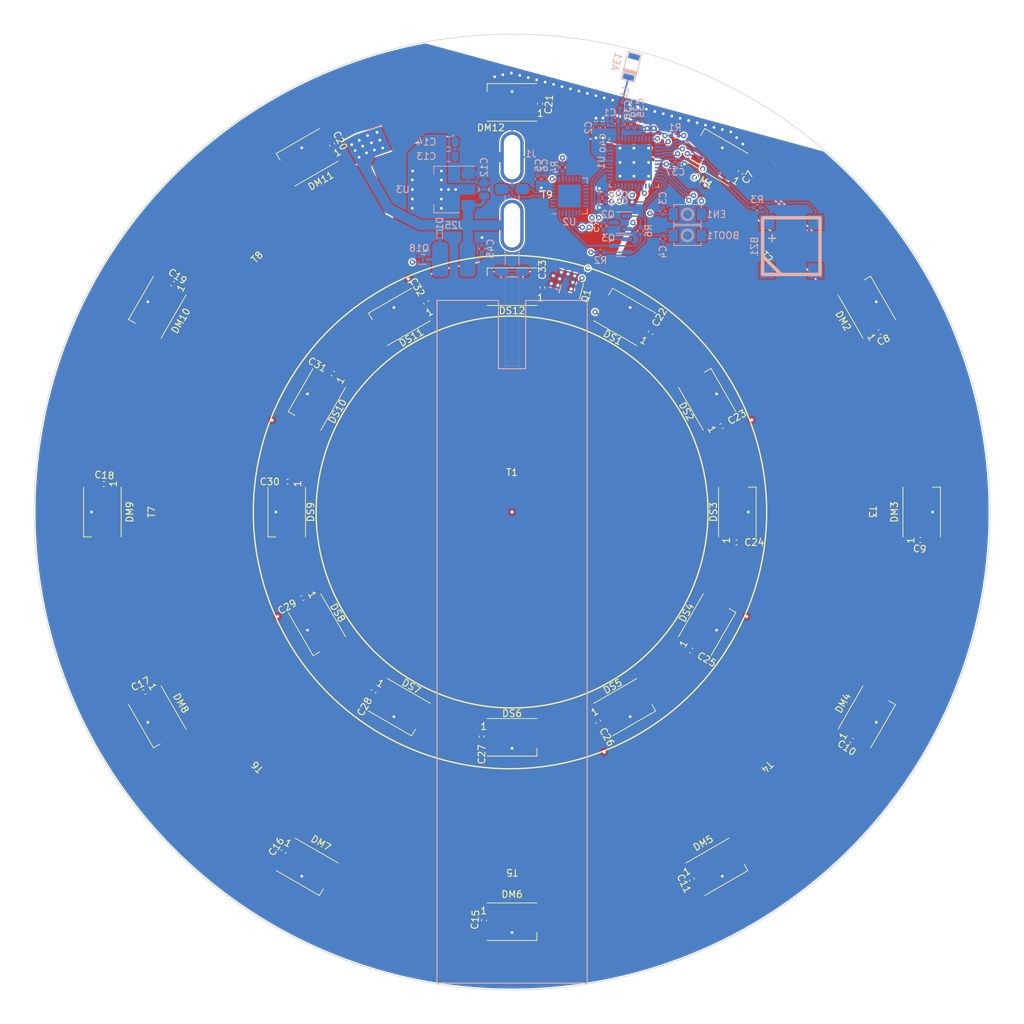
<source format=kicad_pcb>
(kicad_pcb (version 20211014) (generator pcbnew)
  (layers (0 "F.Cu" signal) (1 "In1.Cu" signal) (2 "In2.Cu" signal) (31 "B.Cu" signal) (34 "B.Paste" user) (35 "F.Paste" user) (36 "B.SilkS" user "B.Silkscreen") (37 "F.SilkS" user "F.Silkscreen") (38 "B.Mask" user) (39 "F.Mask" user) (44 "Edge.Cuts" user))
  (net 0 "")
  (net 1 "Net-(AE1-Pad1)")
  (net 2 "GND")
  (net 3 "/IO25")
  (net 4 "Net-(C1-Pad1)")
  (net 5 "/EN")
  (net 6 "/IO00")
  (net 7 "/power-0/VCC")
  (net 8 "/3V3")
  (net 9 "/IO32")
  (net 10 "/IO09")
  (net 11 "/IO10")
  (net 12 "/IO05")
  (net 13 "/IO26")
  (net 20 "/IO14")
  (net 21 "/IO12")
  (net 22 "/IO13")
  (net 23 "/IO15")
  (net 24 "/IO02")
  (net 40 "Net-(DM1-Pad2)")
  (net 41 "Net-(DM2-Pad2)")
  (net 42 "Net-(DM3-Pad2)")
  (net 43 "Net-(DM4-Pad2)")
  (net 44 "Net-(DM5-Pad2)")
  (net 45 "Net-(DM6-Pad2)")
  (net 46 "Net-(DM7-Pad2)")
  (net 47 "Net-(DM8-Pad2)")
  (net 48 "Net-(DM10-Pad4)")
  (net 49 "Net-(DM10-Pad2)")
  (net 50 "Net-(DM11-Pad2)")
  (net 52 "Net-(DS1-Pad2)")
  (net 53 "Net-(DS2-Pad2)")
  (net 54 "Net-(DS3-Pad2)")
  (net 55 "Net-(DS4-Pad2)")
  (net 56 "Net-(DS5-Pad2)")
  (net 57 "Net-(DS6-Pad2)")
  (net 58 "Net-(DS7-Pad2)")
  (net 59 "Net-(DS8-Pad2)")
  (net 60 "Net-(DS10-Pad4)")
  (net 61 "Net-(DS10-Pad2)")
  (net 62 "Net-(DS11-Pad2)")
  (net 64 "Net-(D1-Pad2)")
  (net 65 "/IO18")
  (net 66 "/IO33")
  (net 67 "/IO27")
  (net 68 "/IO04")
  (net 69 "Net-(R4-Pad2)")
  (net 70 "/RTS")
  (net 71 "Net-(Q3-Pad1)")
  (net 72 "/DTR")
  (net 73 "/RXD-esp")
  (net 74 "/TXD-esp")
  (net 77 "Net-(J1-Pad3)")
  (net 78 "Net-(J1-Pad2)")
  (net 95 "unconnected-(J1-Pad5)")
  (net 96 "Net-(C22-Pad1)")
  (net 97 "Net-(Q2-Pad1)")
  (net 98 "Net-(BZ1-Pad1)")
  (footprint "Capacitor_SMD:C_0402_1005Metric" (layer "F.Cu") (at 209.8 104.1 -4)
    (fp_text reference "C9")
    (fp_text value "100nf")
  )
  (footprint "LED_SMD:LED_WS2812B_PLCC4_5.0x5.0mm_P3.2mm" (layer "F.Cu") (at 150 67 180)
    (fp_text reference "DS12")
    (fp_text value "WS2812B")
  )
  (footprint "Capacitor_SMD:C_0402_1005Metric" (layer "F.Cu") (at 129.71302 126.26192 -120)
    (fp_text reference "C28")
    (fp_text value "100nf")
  )
  (footprint "Capacitor_SMD:C_0402_1005Metric" (layer "F.Cu") (at 117.11302 95.56192 180)
    (fp_text reference "C30")
    (fp_text value "100nf")
  )
  (footprint "LED_SMD:LED_WS2812B_PLCC4_5.0x5.0mm_P3.2mm" (layer "F.Cu") (at 180 151.961524 30)
    (fp_text reference "DM5")
    (fp_text value "WS2812B")
  )
  (footprint "BBLS:touch-point" (layer "F.Cu") (at 150 147 180)
    (fp_text reference "T5")
    (fp_text value "touchButton")
  )
  (footprint "LED_SMD:LED_WS2812B_PLCC4_5.0x5.0mm_P3.2mm" (layer "F.Cu") (at 121.421162 116.5 -60)
    (fp_text reference "DS8")
    (fp_text value "WS2812B")
  )
  (footprint "BBLS:touch-point" (layer "F.Cu") (at 150 100)
    (fp_text reference "T1")
    (fp_text value "touchButton")
  )
  (footprint "Capacitor_SMD:C_0402_1005Metric" (layer "F.Cu") (at 123.73808 79.71302 150)
    (fp_text reference "C31")
    (fp_text value "100nf")
  )
  (footprint "LED_SMD:LED_WS2812B_PLCC4_5.0x5.0mm_P3.2mm" (layer "F.Cu") (at 150 160)
    (fp_text reference "DM6")
    (fp_text value "WS2812B")
  )
  (footprint "Capacitor_SMD:C_0402_1005Metric" (layer "F.Cu") (at 183.450704 50.261681 56)
    (fp_text reference "C7")
    (fp_text value "100nf")
  )
  (footprint "BBLS:touch-point" (layer "F.Cu") (at 116.765981 133.234019 135)
    (fp_text reference "T6")
    (fp_text value "touchButton")
  )
  (footprint "BBLS:touch-point" (layer "F.Cu") (at 116.765981 66.765981 45)
    (fp_text reference "T8")
    (fp_text value "touchButton")
  )
  (footprint "Capacitor_SMD:C_0402_1005Metric" (layer "F.Cu") (at 176.261921 120.28698 -30)
    (fp_text reference "C25")
    (fp_text value "100nf")
  )
  (footprint "Capacitor_SMD:C_0402_1005Metric" (layer "F.Cu") (at 145.9 159.8 -94)
    (fp_text reference "C15")
    (fp_text value "100nf")
  )
  (footprint "LED_SMD:LED_WS2812B_PLCC4_5.0x5.0mm_P3.2mm" (layer "F.Cu") (at 201.961524 130 60)
    (fp_text reference "DM4")
    (fp_text value "WS2812B")
  )
  (footprint "LED_SMD:LED_WS2812B_PLCC4_5.0x5.0mm_P3.2mm" (layer "F.Cu") (at 90 100 -90)
    (fp_text reference "DM9")
    (fp_text value "WS2812B")
  )
  (footprint "Capacitor_SMD:C_0402_1005Metric" (layer "F.Cu") (at 96.161681 126.349296 -154)
    (fp_text reference "C17")
    (fp_text value "100nf")
  )
  (footprint "LED_SMD:LED_WS2812B_PLCC4_5.0x5.0mm_P3.2mm" (layer "F.Cu") (at 166.500001 71.421162 150)
    (fp_text reference "DS1")
    (fp_text value "WS2812B")
  )
  (footprint "BBLS:touch-point" (layer "F.Cu") (at 155.1 59.3)
    (fp_text reference "T9")
    (fp_text value "touchButton")
  )
  (footprint "LED_SMD:LED_WS2812B_PLCC4_5.0x5.0mm_P3.2mm" (layer "F.Cu") (at 133.5 71.421162 -150)
    (fp_text reference "DS11")
    (fp_text value "WS2812B")
  )
  (footprint "Capacitor_SMD:C_0402_1005Metric" (layer "F.Cu") (at 154.43808 67.11302 90)
    (fp_text reference "C33")
    (fp_text value "100nf")
  )
  (footprint "Capacitor_SMD:C_0402_1005Metric" (layer "F.Cu") (at 199.738319 133.450704 -34)
    (fp_text reference "C10")
    (fp_text value "100nf")
  )
  (footprint "Capacitor_SMD:C_0402_1005Metric" (layer "F.Cu") (at 162.6 130.7 -60)
    (fp_text reference "C26")
    (fp_text value "100nf")
  )
  (footprint "LED_SMD:LED_WS2812B_PLCC4_5.0x5.0mm_P3.2mm" (layer "F.Cu") (at 150 40 180)
    (fp_text reference "DM12")
    (fp_text value "WS2812B")
  )
  (footprint "LED_SMD:LED_WS2812B_PLCC4_5.0x5.0mm_P3.2mm" (layer "F.Cu") (at 166.5 128.578839 30)
    (fp_text reference "DS5")
    (fp_text value "WS2812B")
  )
  (footprint "Capacitor_SMD:C_0402_1005Metric" (layer "F.Cu") (at 180.7 87.4 30)
    (fp_text reference "C23")
    (fp_text value "100nf")
  )
  (footprint "LED_SMD:LED_WS2812B_PLCC4_5.0x5.0mm_P3.2mm" (layer "F.Cu") (at 121.421162 83.500001 -120)
    (fp_text reference "DS10")
    (fp_text value "WS2812B")
  )
  (footprint "LED_SMD:LED_WS2812B_PLCC4_5.0x5.0mm_P3.2mm" (layer "F.Cu") (at 133.5 128.578838 -30)
    (fp_text reference "DS7")
    (fp_text value "WS2812B")
  )
  (footprint "Capacitor_SMD:C_0402_1005Metric" (layer "F.Cu") (at 123.650704 46.161681 116)
    (fp_text reference "C20")
    (fp_text value "100nf")
  )
  (footprint "LED_SMD:LED_WS2812B_PLCC4_5.0x5.0mm_P3.2mm" (layer "F.Cu") (at 98.038477 70 -120)
    (fp_text reference "DM10")
    (fp_text value "WS2812B")
  )
  (footprint "Capacitor_SMD:C_0402_1005Metric" (layer "F.Cu") (at 170.28698 73.738081 60)
    (fp_text reference "C22")
    (fp_text value "100nf")
  )
  (footprint "LED_SMD:LED_WS2812B_PLCC4_5.0x5.0mm_P3.2mm" (layer "F.Cu") (at 98.038476 130 -60)
    (fp_text reference "DM8")
    (fp_text value "WS2812B")
  )
  (footprint "LED_SMD:LED_WS2812B_PLCC4_5.0x5.0mm_P3.2mm" (layer "F.Cu") (at 178.578838 83.5 120)
    (fp_text reference "DS2")
    (fp_text value "WS2812B")
  )
  (footprint "LED_SMD:LED_WS2812B_PLCC4_5.0x5.0mm_P3.2mm" (layer "F.Cu") (at 120 48.038476 -150)
    (fp_text reference "DM11")
    (fp_text value "WS2812B")
  )
  (footprint "Package_TO_SOT_SMD:SOT-23" (layer "F.Cu") (at 158.547964 67.712195 -105)
    (fp_text reference "Q1")
    (fp_text value "Q_PMOS_GSD")
  )
  (footprint "BBLS:touch-point" (layer "F.Cu") (at 183.234019 133.234019 -135)
    (fp_text reference "T4")
    (fp_text value "touchButton")
  )
  (footprint "BBLS:touch-point" (layer "F.Cu") (at 183.234019 66.765981 -45)
    (fp_text reference "T2")
    (fp_text value "touchButton")
  )
  (footprint "Capacitor_SMD:C_0402_1005Metric" (layer "F.Cu") (at 100.261681 66.549296 146)
    (fp_text reference "C19")
    (fp_text value "100nf")
  )
  (footprint "Capacitor_SMD:C_0402_1005Metric" (layer "F.Cu") (at 119.3 112.6 -150)
    (fp_text reference "C29")
    (fp_text value "100nf")
  )
  (footprint "LED_SMD:LED_WS2812B_PLCC4_5.0x5.0mm_P3.2mm" (layer "F.Cu") (at 120 151.961524 -30)
    (fp_text reference "DM7")
    (fp_text value "WS2812B")
  )
  (footprint "BBLS:touch-point" (layer "F.Cu") (at 197 100 -90)
    (fp_text reference "T3")
    (fp_text value "touchButton")
  )
  (footprint "LED_SMD:LED_WS2812B_PLCC4_5.0x5.0mm_P3.2mm" (layer "F.Cu") (at 201.961525 70 120)
    (fp_text reference "DM2")
    (fp_text value "WS2812B")
  )
  (footprint "LED_SMD:LED_WS2812B_PLCC4_5.0x5.0mm_P3.2mm" (layer "F.Cu") (at 150 133)
    (fp_text reference "DS6")
    (fp_text value "WS2812B")
  )
  (footprint "Capacitor_SMD:C_0402_1005Metric" (layer "F.Cu") (at 90.2 95.9 176)
    (fp_text reference "C18")
    (fp_text value "100nf")
  )
  (footprint "Capacitor_SMD:C_0402_1005Metric" (layer "F.Cu") (at 116.549296 149.738319 -124)
    (fp_text reference "C16")
    (fp_text value "100nf")
  )
  (footprint "Capacitor_SMD:C_0402_1005Metric" (layer "F.Cu") (at 154.1 40.2 86)
    (fp_text reference "C21")
    (fp_text value "100nf")
  )
  (footprint "LED_SMD:LED_WS2812B_PLCC4_5.0x5.0mm_P3.2mm" (layer "F.Cu") (at 210.000001 100 90)
    (fp_text reference "DM3")
    (fp_text value "WS2812B")
  )
  (footprint "Capacitor_SMD:C_0402_1005Metric" (layer "F.Cu") (at 137.4 69.3 120)
    (fp_text reference "C32")
    (fp_text value "100nf")
  )
  (footprint "LED_SMD:LED_WS2812B_PLCC4_5.0x5.0mm_P3.2mm" (layer "F.Cu") (at 117 100.000001 -90)
    (fp_text reference "DS9")
    (fp_text value "WS2812B")
  )
  (footprint "Capacitor_SMD:C_0402_1005Metric" (layer "F.Cu") (at 145.56192 132.88698 -90)
    (fp_text reference "C27")
    (fp_text value "100nf")
  )
  (footprint "LED_SMD:LED_WS2812B_PLCC4_5.0x5.0mm_P3.2mm" (layer "F.Cu") (at 183 100 90)
    (fp_text reference "DS3")
    (fp_text value "WS2812B")
  )
  (footprint "Capacitor_SMD:C_0402_1005Metric" (layer "F.Cu") (at 182.88698 104.43808)
    (fp_text reference "C24")
    (fp_text value "100nf")
  )
  (footprint "LED_SMD:LED_WS2812B_PLCC4_5.0x5.0mm_P3.2mm" (layer "F.Cu") (at 178.578838 116.5 60)
    (fp_text reference "DS4")
    (fp_text value "WS2812B")
  )
  (footprint "Capacitor_SMD:C_0402_1005Metric" (layer "F.Cu") (at 176.349296 153.838319 -64)
    (fp_text reference "C11")
    (fp_text value "100nf")
  )
  (footprint "LED_SMD:LED_WS2812B_PLCC4_5.0x5.0mm_P3.2mm" (layer "F.Cu") (at 180 48.038476 150)
    (fp_text reference "DM1")
    (fp_text value "WS2812B")
  )
  (footprint "Capacitor_SMD:C_0402_1005Metric" (layer "F.Cu") (at 203.838319 73.650704 26)
    (fp_text reference "C8")
    (fp_text value "100nf")
  )
  (footprint "BBLS:touch-point" (layer "F.Cu") (at 103 100 90)
    (fp_text reference "T7")
    (fp_text value "touchButton")
  )
  (footprint "Package_TO_SOT_SMD:SOT-223-3_TabPin2" (layer "B.Cu") (at 140.446927 52.754082 180)
    (fp_text reference "U3")
    (fp_text value "AMS1117")
  )
  (footprint "Capacitor_SMD:C_0402_1005Metric" (layer "B.Cu") (at 166.9 43.2 90)
    (fp_text reference "C38")
    (fp_text value "100nf")
  )
  (footprint "Resistor_SMD:R_0402_1005Metric" (layer "B.Cu") (at 157.4 49.5 -90)
    (fp_text reference "R4")
    (fp_text value "10k")
  )
  (footprint "Capacitor_SMD:C_0402_1005Metric" (layer "B.Cu") (at 163.3 43.7 90)
    (fp_text reference "C40")
    (fp_text value "100nf")
  )
  (footprint "Package_TO_SOT_SMD:SOT-23" (layer "B.Cu") (at 165.9 61 180)
    (fp_text reference "Q3")
    (fp_text value "Q_NPN_BCE")
  )
  (footprint "BBLS:SMD_3×4×2.0" (layer "B.Cu") (at 175.7 56.4 180)
    (fp_text reference "EN1")
    (fp_text value "SW_MEC_5G")
  )
  (footprint "Capacitor_SMD:C_0402_1005Metric" (layer "B.Cu") (at 172.1 59.98 -90)
    (fp_text reference "C4")
    (fp_text value "100nf")
  )
  (footprint "Package_DFN_QFN:QFN-48-1EP_7x7mm_P0.5mm_EP5.3x5.3mm" (layer "B.Cu") (at 167.85 48.8 -90)
    (fp_text reference "U1")
    (fp_text value "ESP32-PICO")
  )
  (footprint "Package_TO_SOT_SMD:SOT-723" (layer "B.Cu") (at 136.95 63)
    (fp_text reference "Q18")
    (fp_text value "Q_NMOS_GSD")
  )
  (footprint "BBLS:USB-vertical" (layer "B.Cu") (at 150 53 180)
    (fp_text reference "J1")
    (fp_text value "USB_A")
  )
  (footprint "Capacitor_SMD:C_0805_2012Metric" (layer "B.Cu") (at 145.9 52.75 90)
    (fp_text reference "C12")
    (fp_text value "22uf")
  )
  (footprint "Capacitor_SMD:C_0402_1005Metric" (layer "B.Cu") (at 163.2 54.5 180)
    (fp_text reference "C41")
    (fp_text value "100nf")
  )
  (footprint "Capacitor_SMD:C_0402_1005Metric" (layer "B.Cu") (at 172.1 55.92 90)
    (fp_text reference "C3")
    (fp_text value "100nf")
  )
  (footprint "BBLS:SMD-2_1.6x3.1x0.6" (layer "B.Cu") (at 167.470286 34.800007 75)
    (fp_text reference "AE1")
    (fp_text value "Antenna_Shield-2.4GHz")
  )
  (footprint "Capacitor_SMD:C_0402_1005Metric" (layer "B.Cu") (at 154.8 51.2 90)
    (fp_text reference "C6")
    (fp_text value "100nf")
  )
  (footprint "Capacitor_SMD:C_0402_1005Metric" (layer "B.Cu") (at 153.8 51.2 -90)
    (fp_text reference "C5")
    (fp_text value "10uf")
  )
  (footprint "BBLS:SOD-882" (layer "B.Cu") (at 139.4 59.5 -90)
    (fp_text reference "D1")
    (fp_text value "D_Schottky")
  )
  (footprint "BBLS:BUZ-SMD" (layer "B.Cu") (at 190.9 61.1 -90)
    (fp_text reference "BZ1")
    (fp_text value "Buzzer")
  )
  (footprint "Capacitor_SMD:C_0402_1005Metric" (layer "B.Cu") (at 168.900001 43.2 -90)
    (fp_text reference "C35")
    (fp_text value "10uf")
  )
  (footprint "Capacitor_SMD:C_0402_1005Metric" (layer "B.Cu") (at 173.9 49.05)
    (fp_text reference "C37")
    (fp_text value "100nf")
  )
  (footprint "Resistor_SMD:R_0402_1005Metric" (layer "B.Cu") (at 163.4 58.1 -90)
    (fp_text reference "R5")
    (fp_text value "10k")
  )
  (footprint "Capacitor_SMD:C_0402_1005Metric" (layer "B.Cu") (at 167.9 43.2 90)
    (fp_text reference "C39")
    (fp_text value "100nf")
  )
  (footprint "Resistor_SMD:R_0402_1005Metric" (layer "B.Cu") (at 173.845 44.85 180)
    (fp_text reference "R1")
    (fp_text value "10k")
  )
  (footprint "Resistor_SMD:R_0402_1005Metric" (layer "B.Cu") (at 185.9 55.4 180)
    (fp_text reference "R3")
    (fp_text value "R")
  )
  (footprint "Capacitor_SMD:C_0805_2012Metric" (layer "B.Cu") (at 140.7 45.8)
    (fp_text reference "C14")
    (fp_text value "1uf")
  )
  (footprint "BBLS:SMD_3×4×2.0" (layer "B.Cu") (at 175.7 59.5 180)
    (fp_text reference "BOOT1")
    (fp_text value "SW_MEC_5G")
  )
  (footprint "Capacitor_SMD:C_0402_1005Metric" (layer "B.Cu") (at 165.1 42.7 180)
    (fp_text reference "C1")
    (fp_text value "10p")
  )
  (footprint "Inductor_SMD:L_0402_1005Metric" (layer "B.Cu") (at 165.969135 40.402377 -105)
    (fp_text reference "L1")
    (fp_text value "27n")
  )
  (footprint "Capacitor_SMD:C_0402_1005Metric" (layer "B.Cu") (at 163.2 53.5 180)
    (fp_text reference "C36")
    (fp_text value "100nf")
  )
  (footprint "Resistor_SMD:R_0402_1005Metric" (layer "B.Cu") (at 162.95 61.95)
    (fp_text reference "R2")
    (fp_text value "10k")
  )
  (footprint "Capacitor_SMD:C_0805_2012Metric" (layer "B.Cu") (at 140.7 47.9)
    (fp_text reference "C13")
    (fp_text value "22uf")
  )
  (footprint "Capacitor_SMD:C_0402_1005Metric" (layer "B.Cu") (at 145.6 61.42 -90)
    (fp_text reference "C45")
    (fp_text value "10uf")
  )
  (footprint "Capacitor_SMD:C_0402_1005Metric" (layer "B.Cu") (at 162.3 43.7 90)
    (fp_text reference "C2")
    (fp_text value "100nf")
  )
  (footprint "Resistor_SMD:R_0402_1005Metric" (layer "B.Cu") (at 168.8 58.8 90)
    (fp_text reference "R6")
    (fp_text value "10k")
  )
  (footprint "Package_TO_SOT_SMD:SOT-23" (layer "B.Cu") (at 165.9 57.6 180)
    (fp_text reference "Q2")
    (fp_text value "Q_NPN_BCE")
  )
  (footprint "Package_DFN_QFN:QFN-28-1EP_5x5mm_P0.5mm_EP3.35x3.35mm" (layer "B.Cu") (at 158.4 53.7)
    (fp_text reference "U2")
    (fp_text value "CP2102N-Axx-xQFN28")
  )
  (footprint "BBLS:SMD-pad-2x" (layer "B.Cu") (at 141.475 63 180)
    (fp_text reference "J25")
    (fp_text value "Conn_01x02")
  )
  (gr_line (start 161 169) (end 161 69) (layer "B.SilkS") (width 0.15))
  (gr_line (start 152 79) (end 148 79) (layer "B.SilkS") (width 0.15))
  (gr_line (start 139 69) (end 139 169) (layer "B.SilkS") (width 0.15))
  (gr_line (start 152 69) (end 152 79) (layer "B.SilkS") (width 0.15))
  (gr_line (start 148 69) (end 139 69) (layer "B.SilkS") (width 0.15))
  (gr_line (start 139 169) (end 161 169) (layer "B.SilkS") (width 0.15))
  (gr_line (start 161 69) (end 152 69) (layer "B.SilkS") (width 0.15))
  (gr_line (start 148 79) (end 148 69) (layer "B.SilkS") (width 0.15))
  (gr_circle (center 150 100) (end 178.7 100) (layer "F.SilkS") (width 0.2) (fill none))
  (gr_circle (center 149.7 100) (end 187.3 100) (layer "F.SilkS") (width 0.2) (fill none))
  (gr_circle (center 150 100) (end 220 100) (layer "Edge.Cuts") (width 0.1) (fill none))
  (segment (start 166.094662 39.933902) (end 167.069116 36.297191) (width 0.25) (layer "B.Cu") (net 1))
  (via (at 184.600001 100) (size 0.8) (drill 0.4) (layers "F.Cu" "B.Cu") (net 2))
  (via (at 172.154931 41.663191) (size 0.8) (drill 0.4) (layers "F.Cu" "B.Cu") (net 2))
  (via (at 88.4 100) (size 0.8) (drill 0.4) (layers "F.Cu" "B.Cu") (net 2))
  (via (at 168.445775 40.669325) (size 0.8) (drill 0.4) (layers "F.Cu" "B.Cu") (net 2))
  (via (at 149.9 35.7) (size 0.8) (drill 0.4) (layers "F.Cu" "B.Cu") (net 2))
  (via (at 119.2 153.347165) (size 0.8) (drill 0.4) (layers "F.Cu" "B.Cu") (net 2))
  (via (at 179.573241 43.650921) (size 0.8) (drill 0.4) (layers "F.Cu" "B.Cu") (net 2))
  (via (at 154.84554 37.025153) (size 0.8) (drill 0.4) (layers "F.Cu" "B.Cu") (net 2))
  (via (at 167.20939 40.338037) (size 0.8) (drill 0.4) (layers "F.Cu" "B.Cu") (net 2))
  (via (at 120.035521 117.3) (size 0.8) (drill 0.4) (layers "F.Cu" "B.Cu") (net 2))
  (via (at 182.046011 44.313497) (size 0.8) (drill 0.4) (layers "F.Cu" "B.Cu") (net 2))
  (via (at 132.7 70.035521) (size 0.8) (drill 0.4) (layers "F.Cu" "B.Cu") (net 2))
  (via (at 167.85 50.799999) (size 0.8) (drill 0.4) (layers "F.Cu" "B.Cu") (net 2))
  (via (at 170 50.8) (size 0.8) (drill 0.4) (layers "F.Cu" "B.Cu") (net 2))
  (via (at 150 38.4) (size 0.8) (drill 0.4) (layers "F.Cu" "B.Cu") (net 2))
  (via (at 174.627701 42.325767) (size 0.8) (drill 0.4) (layers "F.Cu" "B.Cu") (net 2))
  (via (at 170 46.7) (size 0.8) (drill 0.4) (layers "F.Cu" "B.Cu") (net 2))
  (via (at 119.2 46.652835) (size 0.8) (drill 0.4) (layers "F.Cu" "B.Cu") (net 2))
  (via (at 148.65 35.95) (size 0.8) (drill 0.4) (layers "F.Cu" "B.Cu") (net 2))
  (via (at 177.100471 42.988344) (size 0.8) (drill 0.4) (layers "F.Cu" "B.Cu") (net 2))
  (via (at 152.37277 36.362576) (size 0.8) (drill 0.4) (layers "F.Cu" "B.Cu") (net 2))
  (via (at 151.136385 36.031288) (size 0.8) (drill 0.4) (layers "F.Cu" "B.Cu") (net 2))
  (via (at 169.68216 41.000615) (size 0.8) (drill 0.4) (layers "F.Cu" "B.Cu") (net 2))
  (via (at 183.8 46.1) (size 0.8) (drill 0.4) (layers "F.Cu" "B.Cu") (net 2))
  (via (at 167.850001 46.7) (size 0.8) (drill 0.4) (layers "F.Cu" "B.Cu") (net 2))
  (via (at 163.500235 39.344172) (size 0.8) (drill 0.4) (layers "F.Cu" "B.Cu") (net 2))
  (via (at 165.800001 46.7) (size 0.8) (drill 0.4) (layers "F.Cu" "B.Cu") (net 2))
  (via (at 167.3 70.035521) (size 0.8) (drill 0.4) (layers "F.Cu" "B.Cu") (net 2))
  (via (at 161.027465 38.681595) (size 0.8) (drill 0.4) (layers "F.Cu" "B.Cu") (net 2))
  (via (at 153.609156 36.693865) (size 0.8) (drill 0.4) (layers "F.Cu" "B.Cu") (net 2))
  (via (at 162.3 42.3) (size 0.8) (drill 0.4) (layers "F.Cu" "B.Cu") (net 2))
  (via (at 156.081925 37.356443) (size 0.8) (drill 0.4) (layers "F.Cu" "B.Cu") (net 2))
  (via (at 203.347165 130.8) (size 0.8) (drill 0.4) (layers "F.Cu" "B.Cu") (net 2))
  (via (at 115.4 100) (size 0.8) (drill 0.4) (layers "F.Cu" "B.Cu") (net 2))
  (via (at 203.347165 69.2) (size 0.8) (drill 0.4) (layers "F.Cu" "B.Cu") (net 2))
  (via (at 158.554695 38.019018) (size 0.8) (drill 0.4) (layers "F.Cu" "B.Cu") (net 2))
  (via (at 170.918546 41.331902) (size 0.8) (drill 0.4) (layers "F.Cu" "B.Cu") (net 2))
  (via (at 162.26385 39.012883) (size 0.8) (drill 0.4) (layers "F.Cu" "B.Cu") (net 2))
  (via (at 159.79108 38.350307) (size 0.8) (drill 0.4) (layers "F.Cu" "B.Cu") (net 2))
  (via (at 170 48.8) (size 0.8) (drill 0.4) (layers "F.Cu" "B.Cu") (net 2))
  (via (at 132.7 129.964479) (size 0.8) (drill 0.4) (layers "F.Cu" "B.Cu") (net 2))
  (via (at 180.8 153.347165) (size 0.8) (drill 0.4) (layers "F.Cu" "B.Cu") (net 2))
  (via (at 180.809626 43.982209) (size 0.8) (drill 0.4) (layers "F.Cu" "B.Cu") (net 2))
  (via (at 179.964479 117.3) (size 0.8) (drill 0.4) (layers "F.Cu" "B.Cu") (net 2))
  (via (at 175.25 49.05) (size 0.8) (drill 0.4) (layers "F.Cu" "B.Cu") (net 2))
  (via (at 175.864087 42.657056) (size 0.8) (drill 0.4) (layers "F.Cu" "B.Cu") (net 2))
  (via (at 150 161.6) (size 0.8) (drill 0.4) (layers "F.Cu" "B.Cu") (net 2))
  (via (at 120.035521 82.7) (size 0.8) (drill 0.4) (layers "F.Cu" "B.Cu") (net 2))
  (via (at 147.45 36.25) (size 0.8) (drill 0.4) (layers "F.Cu" "B.Cu") (net 2))
  (via (at 165.8 50.799999) (size 0.8) (drill 0.4) (layers "F.Cu" "B.Cu") (net 2))
  (via (at 163.3 42.3) (size 0.8) (drill 0.4) (layers "F.Cu" "B.Cu") (net 2))
  (via (at 164.73662 39.67546) (size 0.8) (drill 0.4) (layers "F.Cu" "B.Cu") (net 2))
  (via (at 173.391316 41.994479) (size 0.8) (drill 0.4) (layers "F.Cu" "B.Cu") (net 2))
  (via (at 180.8 46.652835) (size 0.8) (drill 0.4) (layers "F.Cu" "B.Cu") (net 2))
  (via (at 182.9 45.15) (size 0.8) (drill 0.4) (layers "F.Cu" "B.Cu") (net 2))
  (via (at 145.6 59.8) (size 0.8) (drill 0.4) (layers "F.Cu" "B.Cu") (net 2))
  (via (at 167.85 48.8) (size 0.8) (drill 0.4) (layers "F.Cu" "B.Cu") (net 2))
  (via (at 162.7995 52.6) (size 0.8) (drill 0.4) (layers "F.Cu" "B.Cu") (net 2))
  (via (at 178.336856 43.319632) (size 0.8) (drill 0.4) (layers "F.Cu" "B.Cu") (net 2))
  (via (at 96.652835 130.8) (size 0.8) (drill 0.4) (layers "F.Cu" "B.Cu") (net 2))
  (via (at 157.31831 37.68773) (size 0.8) (drill 0.4) (layers "F.Cu" "B.Cu") (net 2))
  (via (at 211.6 100) (size 0.8) (drill 0.4) (layers "F.Cu" "B.Cu") (net 2))
  (via (at 165.8 48.8) (size 0.8) (drill 0.4) (layers "F.Cu" "B.Cu") (net 2))
  (via (at 162.7995 55.4) (size 0.8) (drill 0.4) (layers "F.Cu" "B.Cu") (net 2))
  (via (at 179.96448 82.7) (size 0.8) (drill 0.4) (layers "F.Cu" "B.Cu") (net 2))
  (via (at 167.3 129.964479) (size 0.8) (drill 0.4) (layers "F.Cu" "B.Cu") (net 2))
  (via (at 150 134.6) (size 0.8) (drill 0.4) (layers "F.Cu" "B.Cu") (net 2))
  (via (at 96.652835 69.2) (size 0.8) (drill 0.4) (layers "F.Cu" "B.Cu") (net 2))
  (segment (start 145.404082 50.454082) (end 143.596927 50.454082) (width 0.5) (layer "B.Cu") (net 2))
  (segment (start 143.583216 48.003957) (end 143.596927 50.454083) (width 1.5) (layer "B.Cu") (net 2))
  (segment (start 150 48) (end 143.583216 48.003957) (width 1.5) (layer "B.Cu") (net 2))
  (segment (start 155.95 54.2) (end 157.9 54.2) (width 0.2) (layer "B.Cu") (net 2))
  (segment (start 145.9 50.95) (end 145.404082 50.454082) (width 0.5) (layer "B.Cu") (net 2))
  (segment (start 157.9 54.2) (end 158.4 53.7) (width 0.2) (layer "B.Cu") (net 2))
  (segment (start 145.9 51.8) (end 145.9 50.95) (width 0.5) (layer "B.Cu") (net 2))
  (segment (start 175.55 45.65) (end 184.6 54.7) (width 0.2) (layer "B.Cu") (net 3))
  (segment (start 193.3 54.7) (end 194.46 55.86) (width 0.2) (layer "B.Cu") (net 3))
  (segment (start 173.1 46.55) (end 174 45.65) (width 0.2) (layer "B.Cu") (net 3))
  (segment (start 171.3 46.55) (end 173.1 46.55) (width 0.2) (layer "B.Cu") (net 3))
  (segment (start 184.6 54.7) (end 193.3 54.7) (width 0.2) (layer "B.Cu") (net 3))
  (segment (start 174 45.65) (end 175.55 45.65) (width 0.2) (layer "B.Cu") (net 3))
  (segment (start 194.46 55.86) (end 194.46 57.54) (width 0.2) (layer "B.Cu") (net 3))
  (segment (start 165.58 42.7) (end 165.587456 42.327214) (width 0.25) (layer "B.Cu") (net 4))
  (segment (start 165.6 45.35) (end 165.6 42.700001) (width 0.25) (layer "B.Cu") (net 4))
  (segment (start 165.776842 41.098097) (end 165.843608 40.870851) (width 0.25) (layer "B.Cu") (net 4))
  (arc (start 165.587456 42.327214) (mid 165.641256 41.706355) (end 165.776842 41.098097) (width 0.25) (layer "B.Cu") (net 4))
  (via (at 170.1995 56.25) (size 0.8) (drill 0.4) (layers "F.Cu" "B.Cu") (net 5))
  (via (at 172.4 44.85) (size 0.8) (drill 0.4) (layers "F.Cu" "B.Cu") (net 5))
  (via (at 167.7 57.6) (size 0.8) (drill 0.4) (layers "F.Cu" "B.Cu") (net 5))
  (segment (start 170.1995 56.25) (end 170.3495 56.4) (width 0.2) (layer "B.Cu") (net 5))
  (segment (start 170.3495 56.4) (end 172.1 56.4) (width 0.2) (layer "B.Cu") (net 5))
  (segment (start 172.05 44.5) (end 169.537347 44.5) (width 0.2) (layer "B.Cu") (net 5))
  (segment (start 167.85 58.55) (end 166.8375 58.55) (width 0.2) (layer "B.Cu") (net 5))
  (segment (start 172.4 44.85) (end 172.05 44.5) (width 0.2) (layer "B.Cu") (net 5))
  (segment (start 168.1 58) (end 168.1 58.3) (width 0.2) (layer "B.Cu") (net 5))
  (segment (start 173.335 44.85) (end 172.4 44.85) (width 0.2) (layer "B.Cu") (net 5))
  (segment (start 169.537349 44.5) (end 169.100001 44.937348) (width 0.2) (layer "B.Cu") (net 5))
  (segment (start 173.625 56.4) (end 172.1 56.4) (width 0.2) (layer "B.Cu") (net 5))
  (segment (start 169.1 44.937348) (end 169.1 45.35) (width 0.2) (layer "B.Cu") (net 5))
  (segment (start 167.7 57.6) (end 168.1 58) (width 0.2) (layer "B.Cu") (net 5))
  (segment (start 168.1 58.3) (end 167.85 58.55) (width 0.2) (layer "B.Cu") (net 5))
  (segment (start 169.5 55.165686) (end 172.5 52.165686) (width 0.2) (layer "B.Cu") (net 6))
  (segment (start 171.860103 51.05) (end 171.3 51.05) (width 0.2) (layer "B.Cu") (net 6))
  (segment (start 169.5 59.5) (end 169.5 60.3) (width 0.2) (layer "B.Cu") (net 6))
  (segment (start 172.1 59.5) (end 173.625 59.5) (width 0.2) (layer "B.Cu") (net 6))
  (segment (start 172.1 59.5) (end 171.11 59.5) (width 0.2) (layer "B.Cu") (net 6))
  (segment (start 169.5 59.5) (end 169.5 55.165686) (width 0.2) (layer "B.Cu") (net 6))
  (segment (start 171.1 59.49) (end 171.09 59.5) (width 0.2) (layer "B.Cu") (net 6))
  (segment (start 171.09 59.5) (end 169.5 59.5) (width 0.2) (layer "B.Cu") (net 6))
  (segment (start 163.45 61.95) (end 166.8375 61.95) (width 0.2) (layer "B.Cu") (net 6))
  (segment (start 172.5 52.165686) (end 172.5 51.5) (width 0.2) (layer "B.Cu") (net 6))
  (segment (start 167.85 61.95) (end 166.8375 61.95) (width 0.2) (layer "B.Cu") (net 6))
  (segment (start 172.5 51.5) (end 172.184277 51.184277) (width 0.2) (layer "B.Cu") (net 6))
  (segment (start 169.5 60.3) (end 167.85 61.95) (width 0.2) (layer "B.Cu") (net 6))
  (arc (start 172.184277 51.184277) (mid 172.035545 51.084897) (end 171.860103 51.05) (width 0.2) (layer "B.Cu") (net 6))
  (via (at 156.978459 65.842261) (size 0.8) (drill 0.4) (layers "F.Cu" "B.Cu") (net 7))
  (via (at 155.9 51.2) (size 0.8) (drill 0.4) (layers "F.Cu" "B.Cu") (net 7))
  (via (at 156.71964 66.808187) (size 0.8) (drill 0.4) (layers "F.Cu" "B.Cu") (net 7))
  (via (at 128.853924 44.847725) (size 0.8) (drill 0.4) (layers "F.Cu" "B.Cu") (net 7))
  (via (at 127.629179 45.554831) (size 0.8) (drill 0.4) (layers "F.Cu" "B.Cu") (net 7))
  (via (at 157.237278 64.876335) (size 0.8) (drill 0.4) (layers "F.Cu" "B.Cu") (net 7))
  (via (at 127.587569 48.028345) (size 0.8) (drill 0.4) (layers "F.Cu" "B.Cu") (net 7))
  (via (at 156.064297 65.390257) (size 0.8) (drill 0.4) (layers "F.Cu" "B.Cu") (net 7))
  (via (at 130.220091 44.385567) (size 0.8) (drill 0.4) (layers "F.Cu" "B.Cu") (net 7))
  (via (at 128.68984 47.391949) (size 0.8) (drill 0.4) (layers "F.Cu" "B.Cu") (net 7))
  (via (at 159.169129 65.393974) (size 0.8) (drill 0.4) (layers "F.Cu" "B.Cu") (net 7))
  (via (at 158.91031 66.359899) (size 0.8) (drill 0.4) (layers "F.Cu" "B.Cu") (net 7))
  (via (at 130.63742 45.532666) (size 0.8) (drill 0.4) (layers "F.Cu" "B.Cu") (net 7))
  (via (at 155.753714 66.549368) (size 0.8) (drill 0.4) (layers "F.Cu" "B.Cu") (net 7))
  (via (at 129.836939 46.97462) (size 0.8) (drill 0.4) (layers "F.Cu" "B.Cu") (net 7))
  (via (at 127.021884 47.048549) (size 0.8) (drill 0.4) (layers "F.Cu" "B.Cu") (net 7))
  (via (at 129.393728 45.924113) (size 0.8) (drill 0.4) (layers "F.Cu" "B.Cu") (net 7))
  (via (at 128.124154 46.412153) (size 0.8) (drill 0.4) (layers "F.Cu" "B.Cu") (net 7))
  (via (at 158.651491 67.325825) (size 0.8) (drill 0.4) (layers "F.Cu" "B.Cu") (net 7))
  (via (at 126.526909 46.191228) (size 0.8) (drill 0.4) (layers "F.Cu" "B.Cu") (net 7))
  (via (at 131.054749 46.679765) (size 0.8) (drill 0.4) (layers "F.Cu" "B.Cu") (net 7))
  (via (at 158.203204 65.135154) (size 0.8) (drill 0.4) (layers "F.Cu" "B.Cu") (net 7))
  (segment (start 128.68984 49.943596) (end 128.698122 49.951878) (width 1.5) (layer "B.Cu") (net 7))
  (segment (start 139.4 57.96) (end 139.39 57.95) (width 0.25) (layer "B.Cu") (net 7))
  (segment (start 143.55 63) (end 143.55 57.95) (width 1.5) (layer "B.Cu") (net 7))
  (segment (start 143.6 58) (end 143.55 57.95) (width 1.5) (layer "B.Cu") (net 7))
  (segment (start 128.698122 49.951878) (end 127.587569 48.028345) (width 1.5) (layer "B.Cu") (net 7))
  (segment (start 150 58) (end 143.6 58) (width 1.5) (layer "B.Cu") (net 7))
  (segment (start 143.55 55.101009) (end 143.596927 55.054082) (width 1.5) (layer "B.Cu") (net 7))
  (segment (start 139.4 59.08) (end 139.4 57.96) (width 0.25) (layer "B.Cu") (net 7))
  (segment (start 145.9 54.5) (end 145.9 53.7) (width 0.5) (layer "B.Cu") (net 7))
  (segment (start 131.936276 55.560526) (end 128.698122 49.951878) (width 1.5) (layer "B.Cu") (net 7))
  (segment (start 156.9 51.25) (end 155.95 51.25) (width 0.2) (layer "B.Cu") (net 7))
  (segment (start 155.95 51.25) (end 155.9 51.2) (width 0.2) (layer "B.Cu") (net 7))
  (segment (start 145.6 61.9) (end 145.6 62.4) (width 0.5) (layer "B.Cu") (net 7))
  (segment (start 139.39 57.95) (end 143.55 57.95) (width 1.5) (layer "B.Cu") (net 7))
  (segment (start 136.55 57.95) (end 131.936276 55.560526) (width 1.5) (layer "B.Cu") (net 7))
  (segment (start 145.6 62.4) (end 145 63) (width 0.5) (layer "B.Cu") (net 7))
  (segment (start 136.55 57.95) (end 139.39 57.95) (width 1.5) (layer "B.Cu") (net 7))
  (segment (start 128.68984 47.391949) (end 128.68984 49.943596) (width 1.5) (layer "B.Cu") (net 7))
  (segment (start 127.021884 47.048549) (end 126.526909 46.191228) (width 1.5) (layer "B.Cu") (net 7))
  (segment (start 143.596927 55.054082) (end 145.345918 55.054082) (width 0.5) (layer "B.Cu") (net 7))
  (segment (start 127.587569 48.028345) (end 127.021884 47.048549) (width 1.5) (layer "B.Cu") (net 7))
  (segment (start 143.55 57.95) (end 143.55 55.101009) (width 1.5) (layer "B.Cu") (net 7))
  (segment (start 145.345918 55.054082) (end 145.9 54.5) (width 0.5) (layer "B.Cu") (net 7))
  (segment (start 145 63) (end 143.55 63) (width 0.5) (layer "B.Cu") (net 7))
  (via (at 162.3 45.2) (size 0.8) (drill 0.4) (layers "F.Cu" "B.Cu") (net 8))
  (via (at 157.4 48.1) (size 0.8) (drill 0.4) (layers "F.Cu" "B.Cu") (net 8))
  (via (at 172.6005 49.044872) (size 0.8) (drill 0.4) (layers "F.Cu" "B.Cu") (net 8))
  (via (at 164.6 54.5) (size 0.8) (drill 0.4) (layers "F.Cu" "B.Cu") (net 8))
  (via (at 164.6 53.5) (size 0.8) (drill 0.4) (layers "F.Cu" "B.Cu") (net 8))
  (via (at 135.45 50.05) (size 0.8) (drill 0.4) (layers "F.Cu" "B.Cu") (net 8))
  (via (at 139.65 54.15) (size 0.8) (drill 0.4) (layers "F.Cu" "B.Cu") (net 8))
  (via (at 135.4 54.15) (size 0.8) (drill 0.4) (layers "F.Cu" "B.Cu") (net 8))
  (via (at 135.4 55.5) (size 0.8) (drill 0.4) (layers "F.Cu" "B.Cu") (net 8))
  (via (at 135.4 51.35) (size 0.8) (drill 0.4) (layers "F.Cu" "B.Cu") (net 8))
  (via (at 139.65 51.35) (size 0.8) (drill 0.4) (layers "F.Cu" "B.Cu") (net 8))
  (via (at 139.63043 52.754082) (size 0.8) (drill 0.4) (layers "F.Cu" "B.Cu") (net 8))
  (via (at 163.3 45.2) (size 0.8) (drill 0.4) (layers "F.Cu" "B.Cu") (net 8))
  (via (at 141.753321 52.754082) (size 0.8) (drill 0.4) (layers "F.Cu" "B.Cu") (net 8))
  (via (at 161.55 61.95) (size 0.8) (drill 0.4) (layers "F.Cu" "B.Cu") (net 8))
  (via (at 175.145 44.85) (size 0.8) (drill 0.4) (layers "F.Cu" "B.Cu") (net 8))
  (via (at 139.65 55.503503) (size 0.8) (drill 0.4) (layers "F.Cu" "B.Cu") (net 8))
  (via (at 139.65 50.05) (size 0.8) (drill 0.4) (layers "F.Cu" "B.Cu") (net 8))
  (via (at 140.691875 52.754081) (size 0.8) (drill 0.4) (layers "F.Cu" "B.Cu") (net 8))
  (via (at 154.3 52.5) (size 0.8) (drill 0.4) (layers "F.Cu" "B.Cu") (net 8))
  (via (at 169.8 43.8) (size 0.8) (drill 0.4) (layers "F.Cu" "B.Cu") (net 8))
  (via (at 135.403308 52.75) (size 0.8) (drill 0.4) (layers "F.Cu" "B.Cu") (net 8))
  (via (at 170.75 43.8) (size 0.8) (drill 0.4) (layers "F.Cu" "B.Cu") (net 8))
  (segment (start 164.4 54.5) (end 164.6 54.5) (width 0.2) (layer "B.Cu") (net 8))
  (segment (start 164.6 53.5) (end 164.6 53.1) (width 0.2) (layer "B.Cu") (net 8))
  (segment (start 172.6005 49.044872) (end 172.605628 49.05) (width 0.2) (layer "B.Cu") (net 8))
  (segment (start 174.355 44.85) (end 175.145 44.85) (width 0.2) (layer "B.Cu") (net 8))
  (segment (start 157.4 48.99) (end 157.4 48.1) (width 0.2) (layer "B.Cu") (net 8))
  (segment (start 172.595372 49.05) (end 171.3 49.05) (width 0.2) (layer "B.Cu") (net 8))
  (segment (start 164.4 52.9) (end 164.4 51.55) (width 0.2) (layer "B.Cu") (net 8))
  (segment (start 139.63043 52.754082) (end 137.296927 52.754082) (width 1.5) (layer "B.Cu") (net 8))
  (segment (start 172.605628 49.05) (end 173.22 49.05) (width 0.2) (layer "B.Cu") (net 8))
  (segment (start 143.596927 52.754082) (end 141.753322 52.754082) (width 1.5) (layer "B.Cu") (net 8))
  (segment (start 164.6 53.1) (end 164.4 52.9) (width 0.2) (layer "B.Cu") (net 8))
  (segment (start 172.6005 49.044872) (end 172.595372 49.05) (width 0.2) (layer "B.Cu") (net 8))
  (segment (start 141.753321 52.754082) (end 140.691875 52.754082) (width 1.5) (layer "B.Cu") (net 8))
  (segment (start 163.68 54.5) (end 164.4 54.5) (width 0.2) (layer "B.Cu") (net 8))
  (segment (start 163.68 53.5) (end 164.6 53.5) (width 0.2) (layer "B.Cu") (net 8))
  (segment (start 164.6 54.5) (end 164.6 53.5) (width 0.2) (layer "B.Cu") (net 8))
  (segment (start 162.44 61.95) (end 161.55 61.95) (width 0.2) (layer "B.Cu") (net 8))
  (segment (start 140.691875 52.754081) (end 139.63043 52.754082) (width 1.5) (layer "B.Cu") (net 8))
  (via (at 115.65 115.3) (size 0.8) (drill 0.4) (layers "F.Cu" "B.Cu") (net 9))
  (via (at 176.7 51) (size 0.8) (drill 0.4) (layers "F.Cu" "B.Cu") (net 9))
  (via (at 171.3 45.3) (size 0.8) (drill 0.4) (layers "F.Cu" "B.Cu") (net 9))
  (segment (start 171.25 45.35) (end 171.3 45.3) (width 0.2) (layer "B.Cu") (net 9))
  (segment (start 170.6 45.35) (end 171.25 45.35) (width 0.2) (layer "B.Cu") (net 9))
  (segment (start 175.66197 47.501213) (end 176.15 47.7) (width 0.2) (layer "F.Cu") (net 10))
  (segment (start 176.15 47.7) (end 177.078238 48.199117) (width 0.2) (layer "F.Cu") (net 10))
  (via (at 175.66197 47.501213) (size 0.8) (drill 0.4) (layers "F.Cu" "B.Cu") (net 10))
  (via (at 169.4 53.3) (size 0.8) (drill 0.4) (layers "F.Cu" "B.Cu") (net 10))
  (segment (start 169.1 53) (end 169.4 53.3) (width 0.2) (layer "B.Cu") (net 10))
  (segment (start 169.1 52.25) (end 169.1 53) (width 0.2) (layer "B.Cu") (net 10))
  (via (at 167.6 53.6) (size 0.8) (drill 0.4) (layers "F.Cu" "B.Cu") (net 11))
  (via (at 135.4 63.4) (size 0.8) (drill 0.4) (layers "F.Cu" "B.Cu") (net 11))
  (segment (start 168.6 52.662652) (end 167.662652 53.6) (width 0.2) (layer "B.Cu") (net 11))
  (segment (start 136.375 63.4) (end 135.4 63.4) (width 0.2) (layer "B.Cu") (net 11))
  (segment (start 167.662652 53.6) (end 167.6 53.6) (width 0.2) (layer "B.Cu") (net 11))
  (segment (start 168.6 52.25) (end 168.6 52.662652) (width 0.2) (layer "B.Cu") (net 11))
  (segment (start 162.15 70.7) (end 163.578239 71.581803) (width 0.2) (layer "F.Cu") (net 12))
  (via (at 165.7505 54.45) (size 0.8) (drill 0.4) (layers "F.Cu" "B.Cu") (net 12))
  (via (at 161.1 64.3) (size 0.8) (drill 0.4) (layers "F.Cu" "B.Cu") (net 12))
  (via (at 162.15 70.7) (size 0.8) (drill 0.4) (layers "F.Cu" "B.Cu") (net 12))
  (segment (start 166.3 53.01005) (end 166.3 53.9005) (width 0.2) (layer "B.Cu") (net 12))
  (segment (start 166.1 52.81005) (end 166.3 53.01005) (width 0.2) (layer "B.Cu") (net 12))
  (segment (start 166.3 53.9005) (end 165.7505 54.45) (width 0.2) (layer "B.Cu") (net 12))
  (segment (start 166.1 52.25) (end 166.1 52.81005) (width 0.2) (layer "B.Cu") (net 12))
  (segment (start 175.23995 46.05) (end 174.165686 46.05) (width 0.2) (layer "B.Cu") (net 13))
  (segment (start 185.39 55.4) (end 184.58995 55.4) (width 0.2) (layer "B.Cu") (net 13))
  (segment (start 184.58995 55.4) (end 175.23995 46.05) (width 0.2) (layer "B.Cu") (net 13))
  (segment (start 171.3 47.05) (end 171.95 47.05) (width 0.2) (layer "B.Cu") (net 13))
  (segment (start 173.265685 46.95) (end 174.165686 46.05) (width 0.2) (layer "B.Cu") (net 13))
  (segment (start 172.05 46.95) (end 173.265685 46.95) (width 0.2) (layer "B.Cu") (net 13))
  (segment (start 171.95 47.05) (end 172.05 46.95) (width 0.2) (layer "B.Cu") (net 13))
  (via (at 174.245468 47.525146) (size 0.8) (drill 0.4) (layers "F.Cu" "B.Cu") (net 20))
  (via (at 150 100) (size 0.8) (drill 0.4) (layers "F.Cu" "B.Cu") (net 20))
  (segment (start 171.792482 48.05) (end 171.3 48.05) (width 0.2) (layer "B.Cu") (net 20))
  (segment (start 174.012772 47.757842) (end 172.497793 47.757842) (width 0.2) (layer "B.Cu") (net 20))
  (segment (start 174.245468 47.525146) (end 174.012772 47.757842) (width 0.2) (layer "B.Cu") (net 20))
  (arc (start 172.497793 47.757842) (mid 172.382988 47.780678) (end 172.285661 47.84571) (width 0.2) (layer "B.Cu") (net 20))
  (arc (start 172.285661 47.84571) (mid 172.05938 47.996911) (end 171.792482 48.05) (width 0.2) (layer "B.Cu") (net 20))
  (via (at 178.3 52.15) (size 0.8) (drill 0.4) (layers "F.Cu" "B.Cu") (net 21))
  (segment (start 175.510756 48.3) (end 172.521107 48.3) (width 0.2) (layer "B.Cu") (net 21))
  (segment (start 172.238265 48.417157) (end 172.22258 48.432842) (width 0.2) (layer "B.Cu") (net 21))
  (segment (start 178.3 51.089244) (end 175.510756 48.3) (width 0.2) (layer "B.Cu") (net 21))
  (segment (start 171.939737 48.55) (end 171.3 48.55) (width 0.2) (layer "B.Cu") (net 21))
  (segment (start 178.3 52.15) (end 178.3 51.089244) (width 0.2) (layer "B.Cu") (net 21))
  (arc (start 172.22258 48.432842) (mid 172.092811 48.519552) (end 171.939737 48.55) (width 0.2) (layer "B.Cu") (net 21))
  (arc (start 172.521107 48.3) (mid 172.368034 48.330448) (end 172.238265 48.417157) (width 0.2) (layer "B.Cu") (net 21))
  (via (at 185.1 86.5) (size 0.8) (drill 0.4) (layers "F.Cu" "B.Cu") (net 22))
  (via (at 177.75 54.45) (size 0.8) (drill 0.4) (layers "F.Cu" "B.Cu") (net 22))
  (segment (start 177.75 53.796875) (end 177.75 54.45) (width 0.2) (layer "B.Cu") (net 22))
  (segment (start 173.2 50.5) (end 175.628039 52.928039) (width 0.2) (layer "B.Cu") (net 22))
  (segment (start 171.913494 49.576501) (end 172.148341 49.636748) (width 0.2) (layer "B.Cu") (net 22))
  (segment (start 175.628039 52.928039) (end 176.55 52.928039) (width 0.2) (layer "B.Cu") (net 22))
  (segment (start 176.55 52.928039) (end 176.881164 52.928039) (width 0.2) (layer "B.Cu") (net 22))
  (segment (start 172.73196 49.985156) (end 173.2 50.5) (width 0.2) (layer "B.Cu") (net 22))
  (segment (start 172.247702 49.673851) (end 172.459675 49.779837) (width 0.2) (layer "B.Cu") (net 22))
  (segment (start 172.536069 49.827052) (end 172.66199 49.921493) (width 0.2) (layer "B.Cu") (net 22))
  (segment (start 176.881164 52.928039) (end 177.75 53.796875) (width 0.2) (layer "B.Cu") (net 22))
  (segment (start 171.3301 49.5652) (end 171.784452 49.560841) (width 0.2) (layer "B.Cu") (net 22))
  (arc (start 171.784452 49.560841) (mid 171.849484 49.56446) (end 171.913494 49.576501) (width 0.2) (layer "B.Cu") (net 22))
  (arc (start 172.148341 49.636748) (mid 172.199008 49.652658) (end 172.247702 49.673851) (width 0.2) (layer "B.Cu") (net 22))
  (arc (start 172.536069 49.827052) (mid 172.498934 49.801726) (end 172.459675 49.779837) (width 0.2) (layer "B.Cu") (net 22))
  (arc (start 172.73196 49.985156) (mid 172.698484 49.951666) (end 172.66199 49.921493) (width 0.2) (layer "B.Cu") (net 22))
  (via (at 184.35 115.3) (size 0.8) (drill 0.4) (layers "F.Cu" "B.Cu") (net 23))
  (via (at 176.591214 53.628039) (size 0.8) (drill 0.4) (layers "F.Cu" "B.Cu") (net 23))
  (segment (start 175.240686 53.109314) (end 175.759411 53.628039) (width 0.2) (layer "B.Cu") (net 23))
  (segment (start 172.543025 50.411653) (end 175.240686 53.109314) (width 0.2) (layer "B.Cu") (net 23))
  (segment (start 171.3 50.05) (end 171.669917 50.05) (width 0.2) (layer "B.Cu") (net 23))
  (segment (start 175.759411 53.628039) (end 176.591214 53.628039) (width 0.2) (layer "B.Cu") (net 23))
  (arc (start 172.543025 50.411653) (mid 172.14244 50.14399) (end 171.669917 50.05) (width 0.2) (layer "B.Cu") (net 23))
  (via (at 175.9 54.35) (size 0.8) (drill 0.4) (layers "F.Cu" "B.Cu") (net 24))
  (via (at 163.5 135.15) (size 0.8) (drill 0.4) (layers "F.Cu" "B.Cu") (net 24))
  (segment (start 175.9 54.334314) (end 175.9 54.35) (width 0.2) (layer "B.Cu") (net 24))
  (segment (start 171.3 50.55) (end 171.82148 50.55) (width 0.2) (layer "B.Cu") (net 24))
  (segment (start 172.32372 50.758034) (end 172.557843 50.992157) (width 0.2) (layer "B.Cu") (net 24))
  (segment (start 172.557843 50.992157) (end 175.9 54.334314) (width 0.2) (layer "B.Cu") (net 24))
  (arc (start 171.82148 50.55) (mid 172.09329 50.604066) (end 172.32372 50.758034) (width 0.2) (layer "B.Cu") (net 24))
  (segment (start 199.350884 68.678238) (end 198.430311 67.117261) (width 0.3) (layer "F.Cu") (net 40))
  (segment (start 186.476735 51.395129) (end 186.476502 51.394679) (width 0.3) (layer "F.Cu") (net 40))
  (segment (start 190.440201 55.730423) (end 188.629082 54.145063) (width 0.3) (layer "F.Cu") (net 40))
  (segment (start 197.517643 64.814859) (end 197.502187 64.746383) (width 0.3) (layer "F.Cu") (net 40))
  (segment (start 183.369676 48.136636) (end 182.921763 47.877835) (width 0.3) (layer "F.Cu") (net 40))
  (segment (start 195.744606 61.268937) (end 194.354252 59.664302) (width 0.3) (layer "F.Cu") (net 40))
  (arc (start 183.369676 48.136637) (mid 185.156993 49.542611) (end 186.476503 51.39468) (width 0.3) (layer "F.Cu") (net 40))
  (arc (start 194.354253 59.664302) (mid 192.465013 57.629918) (end 190.440201 55.730423) (width 0.3) (layer "F.Cu") (net 40))
  (arc (start 188.629082 54.145063) (mid 187.423506 52.871377) (end 186.476735 51.395129) (width 0.3) (layer "F.Cu") (net 40))
  (arc (start 197.517644 64.814859) (mid 197.884372 66.001722) (end 198.430312 67.11726) (width 0.3) (layer "F.Cu") (net 40))
  (arc (start 195.744607 61.268937) (mid 196.838342 62.899022) (end 197.502188 64.746383) (width 0.3) (layer "F.Cu") (net 40))
  (segment (start 204.830669 71.769847) (end 204.572166 71.321762) (width 0.3) (layer "F.Cu") (net 41))
  (segment (start 205.892215 76.145314) (end 205.892239 76.144809) (width 0.3) (layer "F.Cu") (net 41))
  (segment (start 208.744056 93.287596) (end 208.764909 93.220566) (width 0.3) (layer "F.Cu") (net 41))
  (segment (start 207.15703 81.881522) (end 206.381235 79.603001) (width 0.3) (layer "F.Cu") (net 41))
  (segment (start 208.981522 89.330219) (end 208.579757 87.245388) (width 0.3) (layer "F.Cu") (net 41))
  (segment (start 208.400001 97.55) (end 208.38325 95.737868) (width 0.3) (layer "F.Cu") (net 41))
  (arc (start 204.830685 71.769834) (mid 205.675562 73.881102) (end 205.892255 76.144795) (width 0.3) (layer "F.Cu") (net 41))
  (arc (start 208.579777 87.245388) (mid 207.96084 84.538939) (end 207.157049 81.881522) (width 0.3) (layer "F.Cu") (net 41))
  (arc (start 208.744059 93.287603) (mid 208.468224 94.498821) (end 208.383253 95.737875) (width 0.3) (layer "F.Cu") (net 41))
  (arc (start 208.981513 89.33021) (mid 209.113673 91.288772) (end 208.7649 93.220557) (width 0.3) (layer "F.Cu") (net 41))
  (arc (start 206.381248 79.602981) (mid 205.974032 77.897149) (end 205.892228 76.145295) (width 0.3) (layer "F.Cu") (net 41))
  (segment (start 206.414387 120.250459) (end 207.108864 118.24406) (width 0.3) (layer "F.Cu") (net 42))
  (segment (start 201.800885 127.078238) (end 202.692444 125.50051) (width 0.3) (layer "F.Cu") (net 42))
  (segment (start 211.599828 102.967305) (end 211.6 102.450001) (width 0.3) (layer "F.Cu") (net 42))
  (segment (start 204.230047 123.558916) (end 204.281621 123.511293) (width 0.3) (layer "F.Cu") (net 42))
  (segment (start 208.55868 112.887453) (end 209.026082 110.526298) (width 0.3) (layer "F.Cu") (net 42))
  (segment (start 210.331421 107.287344) (end 210.331694 107.286918) (width 0.3) (layer "F.Cu") (net 42))
  (arc (start 211.599845 102.967343) (mid 211.275895 105.218192) (end 210.331711 107.286956) (width 0.3) (layer "F.Cu") (net 42))
  (arc (start 206.414407 120.250447) (mid 205.549581 122.012691) (end 204.281641 123.511279) (width 0.3) (layer "F.Cu") (net 42))
  (arc (start 209.02604 110.526263) (mid 209.526297 108.84536) (end 210.33138 107.287308) (width 0.3) (layer "F.Cu") (net 42))
  (arc (start 204.230031 123.558919) (mid 203.385542 124.469946) (end 202.692427 125.500513) (width 0.3) (layer "F.Cu") (net 42))
  (arc (start 207.108855 118.244098) (mid 207.926062 115.590776) (end 208.558669 112.88749) (width 0.3) (layer "F.Cu") (net 42))
  (segment (start 185.185141 147.517643) (end 185.253617 147.502187) (width 0.3) (layer "F.Cu") (net 43))
  (segment (start 198.604871 136.476735) (end 198.605321 136.476502) (width 0.3) (layer "F.Cu") (net 43))
  (segment (start 188.731063 145.744606) (end 190.335698 144.354252) (width 0.3) (layer "F.Cu") (net 43))
  (segment (start 194.269577 140.440201) (end 195.854937 138.629082) (width 0.3) (layer "F.Cu") (net 43))
  (segment (start 181.321763 149.350884) (end 182.88274 148.430311) (width 0.3) (layer "F.Cu") (net 43))
  (segment (start 201.863364 133.369675) (end 202.122165 132.921762) (width 0.3) (layer "F.Cu") (net 43))
  (arc (start 188.731063 145.744607) (mid 187.100978 146.838342) (end 185.253617 147.502188) (width 0.3) (layer "F.Cu") (net 43))
  (arc (start 185.185141 147.517643) (mid 183.998278 147.884371) (end 182.88274 148.430311) (width 0.3) (layer "F.Cu") (net 43))
  (arc (start 195.854937 138.629082) (mid 197.128623 137.423506) (end 198.604871 136.476735) (width 0.3) (layer "F.Cu") (net 43))
  (arc (start 190.335698 144.354253) (mid 192.370082 142.465013) (end 194.269577 140.440201) (width 0.3) (layer "F.Cu") (net 43))
  (arc (start 201.863363 133.369675) (mid 200.457389 135.156992) (end 198.60532 136.476502) (width 0.3) (layer "F.Cu") (net 43))
  (segment (start 152.450001 158.400001) (end 154.262133 158.38325) (width 0.3) (layer "F.Cu") (net 44))
  (segment (start 168.118478 157.15703) (end 170.396999 156.381235) (width 0.3) (layer "F.Cu") (net 44))
  (segment (start 160.669781 158.981522) (end 162.754612 158.579757) (width 0.3) (layer "F.Cu") (net 44))
  (segment (start 156.712404 158.744056) (end 156.779434 158.764909) (width 0.3) (layer "F.Cu") (net 44))
  (segment (start 178.230153 154.830669) (end 178.678238 154.572166) (width 0.3) (layer "F.Cu") (net 44))
  (segment (start 173.854686 155.892215) (end 173.855191 155.892239) (width 0.3) (layer "F.Cu") (net 44))
  (arc (start 162.754565 158.579805) (mid 165.461012 157.960867) (end 168.11843 157.157077) (width 0.3) (layer "F.Cu") (net 44))
  (arc (start 160.669823 158.981519) (mid 158.711261 159.113679) (end 156.779476 158.764906) (width 0.3) (layer "F.Cu") (net 44))
  (arc (start 170.396969 156.381147) (mid 172.102801 155.97393) (end 173.854656 155.892126) (width 0.3) (layer "F.Cu") (net 44))
  (arc (start 178.230145 154.83074) (mid 176.118878 155.675615) (end 173.855183 155.89231) (width 0.3) (layer "F.Cu") (net 44))
  (arc (start 156.712377 158.744047) (mid 155.501159 158.468212) (end 154.262105 158.383241) (width 0.3) (layer "F.Cu") (net 44))
  (segment (start 137.112547 158.558679) (end 139.473702 159.026081) (width 0.3) (layer "F.Cu") (net 45))
  (segment (start 147.032695 161.599828) (end 147.549999 161.6) (width 0.3) (layer "F.Cu") (net 45))
  (segment (start 126.441085 154.230047) (end 126.488708 154.281621) (width 0.3) (layer "F.Cu") (net 45))
  (segment (start 142.712656 160.331421) (end 142.713082 160.331694) (width 0.3) (layer "F.Cu") (net 45))
  (segment (start 129.749541 156.414387) (end 131.75594 157.108864) (width 0.3) (layer "F.Cu") (net 45))
  (segment (start 122.921762 151.800885) (end 124.49949 152.692444) (width 0.3) (layer "F.Cu") (net 45))
  (arc (start 139.473806 159.026073) (mid 141.154708 159.52633) (end 142.71276 160.331413) (width 0.3) (layer "F.Cu") (net 45))
  (arc (start 126.441102 154.230021) (mid 125.530074 153.385531) (end 124.499508 152.692417) (width 0.3) (layer "F.Cu") (net 45))
  (arc (start 147.03262 161.599992) (mid 144.781771 161.276042) (end 142.713007 160.331858) (width 0.3) (layer "F.Cu") (net 45))
  (arc (start 129.749532 156.414433) (mid 127.987288 155.549607) (end 126.488699 154.281668) (width 0.3) (layer "F.Cu") (net 45))
  (arc (start 131.755904 157.108992) (mid 134.409225 157.926201) (end 137.112511 158.558806) (width 0.3) (layer "F.Cu") (net 45))
  (segment (start 116.630325 151.863364) (end 117.078238 152.122165) (width 0.3) (layer "F.Cu") (net 46))
  (segment (start 104.255394 138.731063) (end 105.645748 140.335698) (width 0.3) (layer "F.Cu") (net 46))
  (segment (start 104.255394 138.731063) (end 105.645748 140.335698) (width 0.3) (layer "F.Cu") (net 46))
  (segment (start 100.649116 131.321762) (end 101.569689 132.882739) (width 0.3) (layer "F.Cu") (net 46))
  (segment (start 100.649116 131.321762) (end 101.569689 132.882739) (width 0.3) (layer "F.Cu") (net 46))
  (segment (start 113.523265 148.604871) (end 113.523498 148.605321) (width 0.3) (layer "F.Cu") (net 46))
  (segment (start 113.523265 148.604871) (end 113.523498 148.605321) (width 0.3) (layer "F.Cu") (net 46))
  (segment (start 116.630325 151.863364) (end 117.078238 152.122165) (width 0.3) (layer "F.Cu") (net 46))
  (segment (start 109.559799 144.269577) (end 111.370918 145.854937) (width 0.3) (layer "F.Cu") (net 46))
  (segment (start 102.482357 135.185141) (end 102.497813 135.253617) (width 0.3) (layer "F.Cu") (net 46))
  (segment (start 109.559799 144.269577) (end 111.370918 145.854937) (width 0.3) (layer "F.Cu") (net 46))
  (segment (start 102.482357 135.185141) (end 102.497813 135.253617) (width 0.3) (layer "F.Cu") (net 46))
  (arc (start 102.482357 135.18514) (mid 102.115629 133.998277) (end 101.569689 132.882739) (width 0.3) (layer "F.Cu") (net 46))
  (arc (start 104.255394 138.731063) (mid 103.161659 137.100978) (end 102.497813 135.253617) (width 0.3) (layer "F.Cu") (net 46))
  (arc (start 116.630325 151.863363) (mid 114.843008 150.457389) (end 113.523498 148.60532) (width 0.3) (layer "F.Cu") (net 46))
  (arc (start 111.370918 145.854937) (mid 112.576494 147.128623) (end 113.523265 148.604871) (width 0.3) (layer "F.Cu") (net 46))
  (arc (start 116.630325 151.863363) (mid 114.843008 150.457389) (end 113.523498 148.60532) (width 0.3) (layer "F.Cu") (net 46))
  (arc (start 102.482357 135.18514) (mid 102.115629 133.998277) (end 101.569689 132.882739) (width 0.3) (layer "F.Cu") (net 46))
  (arc (start 111.370918 145.854937) (mid 112.576494 147.128623) (end 113.523265 148.604871) (width 0.3) (layer "F.Cu") (net 46))
  (arc (start 104.255394 138.731063) (mid 103.161659 137.100978) (end 102.497813 135.253617) (width 0.3) (layer "F.Cu") (net 46))
  (arc (start 105.645748 140.335698) (mid 107.534988 142.370082) (end 109.5598 144.269577) (width 0.3) (layer "F.Cu") (net 46))
  (arc (start 105.645748 140.335698) (mid 107.534988 142.370082) (end 109.5598 144.269577) (width 0.3) (layer "F.Cu") (net 46))
  (segment (start 95.169331 128.230153) (end 95.427834 128.678238) (width 0.3) (layer "F.Cu") (net 47))
  (segment (start 91.018478 110.669781) (end 91.420243 112.754612) (width 0.3) (layer "F.Cu") (net 47))
  (segment (start 91.255944 106.712404) (end 91.235091 106.779434) (width 0.3) (layer "F.Cu") (net 47))
  (segment (start 94.107785 123.854686) (end 94.107761 123.855191) (width 0.3) (layer "F.Cu") (net 47))
  (segment (start 91.6 102.45) (end 91.616751 104.262132) (width 0.3) (layer "F.Cu") (net 47))
  (segment (start 92.84297 118.118478) (end 93.618765 120.396999) (width 0.3) (layer "F.Cu") (net 47))
  (arc (start 93.61886 120.397044) (mid 94.026075 122.102876) (end 94.107879 123.854731) (width 0.3) (layer "F.Cu") (net 47))
  (arc (start 95.169184 128.230257) (mid 94.324309 126.11899) (end 94.107614 123.855295) (width 0.3) (layer "F.Cu") (net 47))
  (arc (start 91.255973 106.71239) (mid 91.531808 105.501172) (end 91.61678 104.262117) (width 0.3) (layer "F.Cu") (net 47))
  (arc (start 91.018448 110.669817) (mid 90.886288 108.711255) (end 91.23506 106.779471) (width 0.3) (layer "F.Cu") (net 47))
  (arc (start 91.420148 112.754704) (mid 92.039085 115.461153) (end 92.842876 118.11857) (width 0.3) (layer "F.Cu") (net 47))
  (segment (start 98.199116 72.921762) (end 97.307557 74.49949) (width 0.3) (layer "F.Cu") (net 48))
  (segment (start 88.400172 97.032695) (end 88.4 97.549999) (width 0.3) (layer "F.Cu") (net 48))
  (segment (start 93.585613 79.749541) (end 92.891136 81.75594) (width 0.3) (layer "F.Cu") (net 48))
  (segment (start 95.769953 76.441084) (end 95.718379 76.488707) (width 0.3) (layer "F.Cu") (net 48))
  (segment (start 89.668579 92.712656) (end 89.668306 92.713082) (width 0.3) (layer "F.Cu") (net 48))
  (segment (start 91.441321 87.112547) (end 90.973919 89.473702) (width 0.3) (layer "F.Cu") (net 48))
  (arc (start 88.400116 97.032788) (mid 88.724066 94.781939) (end 89.66825 92.713175) (width 0.3) (layer "F.Cu") (net 48))
  (arc (start 90.97398 89.47365) (mid 90.473723 91.154553) (end 89.66864 92.712605) (width 0.3) (layer "F.Cu") (net 48))
  (arc (start 93.585711 79.749627) (mid 94.450537 77.987383) (end 95.718477 76.488795) (width 0.3) (layer "F.Cu") (net 48))
  (arc (start 95.769959 76.441113) (mid 96.614447 75.530085) (end 97.307563 74.499519) (width 0.3) (layer "F.Cu") (net 48))
  (arc (start 92.8912 81.755958) (mid 92.073993 84.40928) (end 91.441386 87.112566) (width 0.3) (layer "F.Cu") (net 48))
  (segment (start 98.136636 66.630325) (end 97.877835 67.078238) (width 0.3) (layer "F.Cu") (net 49))
  (segment (start 101.395129 63.523265) (end 101.394679 63.523498) (width 0.3) (layer "F.Cu") (net 49))
  (segment (start 118.678238 50.649116) (end 117.117261 51.569689) (width 0.3) (layer "F.Cu") (net 49))
  (segment (start 111.268938 54.255394) (end 109.664303 55.645748) (width 0.3) (layer "F.Cu") (net 49))
  (segment (start 105.730423 59.559799) (end 104.145063 61.370918) (width 0.3) (layer "F.Cu") (net 49))
  (segment (start 114.81486 52.482357) (end 114.746384 52.497813) (width 0.3) (layer "F.Cu") (net 49))
  (arc (start 114.81486 52.482357) (mid 116.001723 52.115629) (end 117.117261 51.569689) (width 0.3) (layer "F.Cu") (net 49))
  (arc (start 104.145063 61.370918) (mid 102.871377 62.576494) (end 101.395129 63.523265) (width 0.3) (layer "F.Cu") (net 49))
  (arc (start 98.136637 66.630325) (mid 99.542611 64.843008) (end 101.39468 63.523498) (width 0.3) (layer "F.Cu") (net 49))
  (arc (start 111.268937 54.255393) (mid 112.899022 53.161658) (end 114.746383 52.497812) (width 0.3) (layer "F.Cu") (net 49))
  (arc (start 109.664302 55.645747) (mid 107.629918 57.534987) (end 105.730423 59.559799) (width 0.3) (layer "F.Cu") (net 49))
  (segment (start 139.330219 41.018478) (end 137.245388 41.420243) (width 0.3) (layer "F.Cu") (net 50))
  (segment (start 147.55 41.599999) (end 145.737868 41.61675) (width 0.3) (layer "F.Cu") (net 50))
  (segment (start 131.881522 42.84297) (end 129.603001 43.618765) (width 0.3) (layer "F.Cu") (net 50))
  (segment (start 126.145314 44.107785) (end 126.144809 44.107761) (width 0.3) (layer "F.Cu") (net 50))
  (segment (start 143.287596 41.255944) (end 143.220566 41.235091) (width 0.3) (layer "F.Cu") (net 50))
  (segment (start 121.769847 45.169331) (end 121.321762 45.427834) (width 0.3) (layer "F.Cu") (net 50))
  (arc (start 129.603046 43.618756) (mid 127.897214 44.025973) (end 126.145359 44.107777) (width 0.3) (layer "F.Cu") (net 50))
  (arc (start 139.330242 41.01855) (mid 141.288804 40.88639) (end 143.220589 41.235163) (width 0.3) (layer "F.Cu") (net 50))
  (arc (start 143.287591 41.25596) (mid 144.498808 41.531795) (end 145.737863 41.616767) (width 0.3) (layer "F.Cu") (net 50))
  (arc (start 121.769793 45.169362) (mid 123.88106 44.324487) (end 126.144755 44.107792) (width 0.3) (layer "F.Cu") (net 50))
  (arc (start 137.245414 41.42027) (mid 134.538967 42.039208) (end 131.881549 42.842998) (width 0.3) (layer "F.Cu") (net 50))
  (segment (start 175.619031 78.973463) (end 175.143198 80.749296) (width 0.3) (layer "F.Cu") (net 52))
  (segment (start 172.019031 72.73808) (end 175.619031 78.973463) (width 0.3) (layer "F.Cu") (net 52))
  (segment (start 169.421762 71.260521) (end 172.019031 72.73808) (width 0.3) (layer "F.Cu") (net 52))
  (segment (start 175.143198 80.749296) (end 175.968198 82.178238) (width 0.3) (layer "F.Cu") (net 52))
  (segment (start 181.189479 84.821762) (end 182.7 87.4) (width 0.3) (layer "F.Cu") (net 53))
  (segment (start 182.7 94.6) (end 181.4 95.9) (width 0.3) (layer "F.Cu") (net 53))
  (segment (start 182.7 87.4) (end 182.7 94.6) (width 0.3) (layer "F.Cu") (net 53))
  (segment (start 181.4 95.9) (end 181.399999 97.55) (width 0.3) (layer "F.Cu") (net 53))
  (segment (start 179.243198 112.149296) (end 178.418198 113.578238) (width 0.3) (layer "F.Cu") (net 54))
  (segment (start 181.019031 111.673464) (end 179.243198 112.149297) (width 0.3) (layer "F.Cu") (net 54))
  (segment (start 184.619031 105.43808) (end 181.019031 111.673463) (width 0.3) (layer "F.Cu") (net 54))
  (segment (start 184.6 102.45) (end 184.619031 105.43808) (width 0.3) (layer "F.Cu") (net 54))
  (segment (start 177.26192 122.019031) (end 171.026537 125.619031) (width 0.3) (layer "F.Cu") (net 55))
  (segment (start 171.026537 125.619031) (end 169.250704 125.143198) (width 0.3) (layer "F.Cu") (net 55))
  (segment (start 169.250704 125.143199) (end 167.821762 125.968199) (width 0.3) (layer "F.Cu") (net 55))
  (segment (start 178.739479 119.421762) (end 177.26192 122.019031) (width 0.3) (layer "F.Cu") (net 55))
  (segment (start 162.6 132.7) (end 155.4 132.7) (width 0.3) (layer "F.Cu") (net 56))
  (segment (start 154.1 131.4) (end 152.45 131.399999) (width 0.3) (layer "F.Cu") (net 56))
  (segment (start 165.178238 131.189479) (end 162.6 132.7) (width 0.3) (layer "F.Cu") (net 56))
  (segment (start 155.4 132.7) (end 154.1 131.4) (width 0.3) (layer "F.Cu") (net 56))
  (segment (start 138.326537 131.019031) (end 137.850704 129.243198) (width 0.3) (layer "F.Cu") (net 57))
  (segment (start 147.550001 134.6) (end 144.561921 134.619031) (width 0.3) (layer "F.Cu") (net 57))
  (segment (start 144.56192 134.619031) (end 138.326537 131.019031) (width 0.3) (layer "F.Cu") (net 57))
  (segment (start 137.850704 129.243198) (end 136.421762 128.418198) (width 0.3) (layer "F.Cu") (net 57))
  (segment (start 127.980969 127.26192) (end 124.380969 121.026537) (width 0.3) (layer "F.Cu") (net 58))
  (segment (start 124.380969 121.026537) (end 124.856802 119.250704) (width 0.3) (layer "F.Cu") (net 58))
  (segment (start 130.578238 128.739479) (end 127.980969 127.26192) (width 0.3) (layer "F.Cu") (net 58))
  (segment (start 124.856802 119.250704) (end 124.031802 117.821762) (width 0.3) (layer "F.Cu") (net 58))
  (segment (start 117.3 105.4) (end 118.6 104.1) (width 0.3) (layer "F.Cu") (net 59))
  (segment (start 118.810521 115.178238) (end 117.3 112.6) (width 0.3) (layer "F.Cu") (net 59))
  (segment (start 118.6 104.1) (end 118.600001 102.45) (width 0.3) (layer "F.Cu") (net 59))
  (segment (start 117.3 112.6) (end 117.3 105.4) (width 0.3) (layer "F.Cu") (net 59))
  (segment (start 115.380969 94.56192) (end 118.980969 88.326537) (width 0.3) (layer "F.Cu") (net 60))
  (segment (start 120.756802 87.850704) (end 121.581802 86.421762) (width 0.3) (layer "F.Cu") (net 60))
  (segment (start 115.4 97.55) (end 115.380969 94.56192) (width 0.3) (layer "F.Cu") (net 60))
  (segment (start 118.980969 88.326537) (end 120.756802 87.850704) (width 0.3) (layer "F.Cu") (net 60))
  (segment (start 121.260521 80.578238) (end 122.73808 77.980969) (width 0.3) (layer "F.Cu") (net 61))
  (segment (start 130.749296 74.856802) (end 132.178238 74.031802) (width 0.3) (layer "F.Cu") (net 61))
  (segment (start 128.973463 74.38097) (end 130.749296 74.856803) (width 0.3) (layer "F.Cu") (net 61))
  (segment (start 122.73808 77.980969) (end 128.973463 74.380969) (width 0.3) (layer "F.Cu") (net 61))
  (segment (start 137.4 67.300001) (end 144.6 67.300001) (width 0.3) (layer "F.Cu") (net 62))
  (segment (start 144.6 67.3) (end 145.9 68.6) (width 0.3) (layer "F.Cu") (net 62))
  (segment (start 145.9 68.6) (end 147.55 68.600001) (width 0.3) (layer "F.Cu") (net 62))
  (segment (start 134.821762 68.810521) (end 137.4 67.3) (width 0.3) (layer "F.Cu") (net 62))
  (segment (start 137.525 63) (end 139.4 63) (width 0.5) (layer "B.Cu") (net 64))
  (segment (start 139.4 59.92) (end 139.4 63) (width 0.5) (layer "B.Cu") (net 64))
  (segment (start 159.708236 67.052518) (end 159.94541 66.167136) (width 0.2) (layer "F.Cu") (net 65))
  (segment (start 159.960204 66.135489) (end 160.239011 65.739011) (width 0.2) (layer "F.Cu") (net 65))
  (via (at 160.239011 65.739011) (size 0.8) (drill 0.4) (layers "F.Cu" "B.Cu") (net 65))
  (via (at 165.6 53.3) (size 0.8) (drill 0.4) (layers "F.Cu" "B.Cu") (net 65))
  (arc (start 159.960204 66.135489) (mid 159.951436 66.150669) (end 159.94541 66.167136) (width 0.2) (layer "F.Cu") (net 65))
  (segment (start 165.6 53.3) (end 165.6 52.25) (width 0.2) (layer "B.Cu") (net 65))
  (segment (start 165.6 52.9) (end 165.6 52.25) (width 0.2) (layer "B.Cu") (net 65))
  (via (at 177.925353 49.724647) (size 0.8) (drill 0.4) (layers "F.Cu" "B.Cu") (net 66))
  (via (at 114.85 86.55) (size 0.8) (drill 0.4) (layers "F.Cu" "B.Cu") (net 66))
  (via (at 172.846991 45.743982) (size 0.8) (drill 0.4) (layers "F.Cu" "B.Cu") (net 66))
  (segment (start 172.540973 46.05) (end 171.3 46.05) (width 0.2) (layer "B.Cu") (net 66))
  (segment (start 172.846991 45.743982) (end 172.540973 46.05) (width 0.2) (layer "B.Cu") (net 66))
  (via (at 134.8 65.85) (size 0.8) (drill 0.4) (layers "F.Cu" "B.Cu") (net 67))
  (via (at 174.955215 46.794459) (size 0.8) (drill 0.4) (layers "F.Cu" "B.Cu") (net 67))
  (segment (start 173.986913 46.794459) (end 174.955215 46.794459) (width 0.2) (layer "B.Cu") (net 67))
  (segment (start 173.423528 47.357842) (end 173.986913 46.794459) (width 0.2) (layer "B.Cu") (net 67))
  (segment (start 171.3 47.55) (end 171.879875 47.55) (width 0.2) (layer "B.Cu") (net 67))
  (segment (start 172.111716 47.453969) (end 172.132156 47.433529) (width 0.2) (layer "B.Cu") (net 67))
  (segment (start 172.314882 47.357842) (end 173.423528 47.357842) (width 0.2) (layer "B.Cu") (net 67))
  (arc (start 172.314882 47.357842) (mid 172.215992 47.377512) (end 172.132156 47.433529) (width 0.2) (layer "B.Cu") (net 67))
  (arc (start 172.111716 47.453969) (mid 172.005346 47.525043) (end 171.879875 47.55) (width 0.2) (layer "B.Cu") (net 67))
  (via (at 167.6 54.6) (size 0.8) (drill 0.4) (layers "F.Cu" "B.Cu") (net 68))
  (segment (start 169.5 54.6) (end 167.6 54.6) (width 0.2) (layer "B.Cu") (net 68))
  (segment (start 171.3 51.55) (end 171.95 51.55) (width 0.2) (layer "B.Cu") (net 68))
  (segment (start 172.1 51.7) (end 172.1 52) (width 0.2) (layer "B.Cu") (net 68))
  (segment (start 171.95 51.55) (end 172.1 51.7) (width 0.2) (layer "B.Cu") (net 68))
  (segment (start 172.1 52) (end 169.5 54.6) (width 0.2) (layer "B.Cu") (net 68))
  (segment (start 157.4 50.01) (end 157.4 51.25) (width 0.2) (layer "B.Cu") (net 69))
  (segment (start 159.6 57.6) (end 163 57.6) (width 0.2) (layer "B.Cu") (net 70))
  (segment (start 163 57.6) (end 164.9625 57.6) (width 0.2) (layer "B.Cu") (net 70))
  (segment (start 158.9 56.9) (end 159.6 57.6) (width 0.2) (layer "B.Cu") (net 70))
  (segment (start 163.39 57.6) (end 163 57.6) (width 0.2) (layer "B.Cu") (net 70))
  (segment (start 163.4 57.59) (end 163.39 57.6) (width 0.2) (layer "B.Cu") (net 70))
  (segment (start 158.9 56.15) (end 158.9 56.9) (width 0.2) (layer "B.Cu") (net 70))
  (segment (start 164.25 60.05) (end 166.8375 60.05) (width 0.2) (layer "B.Cu") (net 71))
  (segment (start 163.4 59.2) (end 164.25 60.05) (width 0.2) (layer "B.Cu") (net 71))
  (segment (start 163.4 58.61) (end 163.4 59.2) (width 0.2) (layer "B.Cu") (net 71))
  (segment (start 161 61) (end 156.9 56.9) (width 0.2) (layer "B.Cu") (net 72))
  (segment (start 156.9 56.9) (end 156.9 56.15) (width 0.2) (layer "B.Cu") (net 72))
  (segment (start 168.8 60.4) (end 168.2 61) (width 0.2) (layer "B.Cu") (net 72))
  (segment (start 164.9625 61) (end 161 61) (width 0.2) (layer "B.Cu") (net 72))
  (segment (start 168.2 61) (end 164.9625 61) (width 0.2) (layer "B.Cu") (net 72))
  (segment (start 168.8 59.31) (end 168.8 60.4) (width 0.2) (layer "B.Cu") (net 72))
  (via (at 161.3 58.3) (size 0.8) (drill 0.4) (layers "F.Cu" "B.Cu") (net 73))
  (via (at 162.699503 56.9) (size 0.8) (drill 0.4) (layers "F.Cu" "B.Cu") (net 73))
  (segment (start 163.515686 50.05) (end 164.4 50.05) (width 0.2) (layer "B.Cu") (net 73))
  (segment (start 162.1 51.465686) (end 163.515686 50.05) (width 0.2) (layer "B.Cu") (net 73))
  (segment (start 157.9 56.15) (end 157.9 57.031371) (width 0.2) (layer "B.Cu") (net 73))
  (segment (start 162.68995 56.9) (end 162.1 56.31005) (width 0.2) (layer "B.Cu") (net 73))
  (segment (start 159.868129 58.9995) (end 160.6005 58.9995) (width 0.2) (layer "B.Cu") (net 73))
  (segment (start 157.9 57.031371) (end 159.868129 58.9995) (width 0.2) (layer "B.Cu") (net 73))
  (segment (start 162.699503 56.9) (end 162.68995 56.9) (width 0.2) (layer "B.Cu") (net 73))
  (segment (start 162.1 56.31005) (end 162.1 51.465686) (width 0.2) (layer "B.Cu") (net 73))
  (segment (start 160.6005 58.9995) (end 161.3 58.3) (width 0.2) (layer "B.Cu") (net 73))
  (via (at 161.7 56.9) (size 0.8) (drill 0.4) (layers "F.Cu" "B.Cu") (net 74))
  (via (at 160.3 58.2995) (size 0.8) (drill 0.4) (layers "F.Cu" "B.Cu") (net 74))
  (segment (start 161.7 51.3) (end 163.45 49.55) (width 0.2) (layer "B.Cu") (net 74))
  (segment (start 163.45 49.55) (end 164.4 49.55) (width 0.2) (layer "B.Cu") (net 74))
  (segment (start 161.7 56.9) (end 161.7 51.3) (width 0.2) (layer "B.Cu") (net 74))
  (segment (start 158.4 56.965685) (end 159.733815 58.2995) (width 0.2) (layer "B.Cu") (net 74))
  (segment (start 159.733815 58.2995) (end 160.3 58.2995) (width 0.2) (layer "B.Cu") (net 74))
  (segment (start 158.4 56.15) (end 158.4 56.965685) (width 0.2) (layer "B.Cu") (net 74))
  (segment (start 150 53.4) (end 150 53) (width 0.2) (layer "B.Cu") (net 77))
  (segment (start 152.5 53.9) (end 150.5 53.9) (width 0.2) (layer "B.Cu") (net 77))
  (segment (start 149.7 52.7) (end 148.5 52.7) (width 0.2) (layer "B.Cu") (net 77))
  (segment (start 150 53) (end 149.7 52.7) (width 0.2) (layer "B.Cu") (net 77))
  (segment (start 152.7 53.7) (end 152.5 53.9) (width 0.2) (layer "B.Cu") (net 77))
  (segment (start 155.95 53.7) (end 152.7 53.7) (width 0.2) (layer "B.Cu") (net 77))
  (segment (start 150.5 53.9) (end 150 53.4) (width 0.2) (layer "B.Cu") (net 77))
  (segment (start 152.9 52.7) (end 153.4 53.2) (width 0.2) (layer "B.Cu") (net 78))
  (segment (start 151.5 52.7) (end 152.9 52.7) (width 0.2) (layer "B.Cu") (net 78))
  (segment (start 153.4 53.2) (end 155.95 53.2) (width 0.2) (layer "B.Cu") (net 78))
  (segment (start 151.5 64.7) (end 148.5 64.7) (width 0.25) (layer "B.Cu") (net 95))
  (segment (start 168.8 57.2) (end 168.25 56.65) (width 0.2) (layer "B.Cu") (net 97))
  (segment (start 168.25 56.65) (end 166.8375 56.65) (width 0.2) (layer "B.Cu") (net 97))
  (segment (start 168.8 58.29) (end 168.8 57.2) (width 0.2) (layer "B.Cu") (net 97))
  (segment (start 187.34 57.54) (end 187.34 55.84) (width 0.2) (layer "B.Cu") (net 98))
  (segment (start 187.34 55.84) (end 186.9 55.4) (width 0.2) (layer "B.Cu") (net 98))
  (segment (start 186.9 55.4) (end 186.41 55.4) (width 0.2) (layer "B.Cu") (net 98))
  (zone (net 21) (net_name "/IO12") (layer "F.Cu") (priority 1) (connect_pads yes (clearance 0.2)) (min_thickness 0.2) (fill yes (thermal_gap 0.2) (thermal_bridge_width 0.2))
    (polygon (pts (xy 193.520174 64.758057) (xy 195.872516 67.879719) (xy 198.001369 71.157868) (xy 199.896365 74.576532) (xy 201.548271 78.119056) (xy 183.874578 85.621094) (xy 182.78904 83.293149) (xy 181.543757 81.046599) (xy 180.144796 78.892387) (xy 178.598971 76.841009) (xy 176.913816 74.902461) (xy 175.09754 73.086184) (xy 173.15899 71.401028) (xy 171.107614 69.855204) (xy 168.953401 68.456243) (xy 166.70685 67.21096) (xy 164.378906 66.125421) (xy 171.880943 48.451728) (xy 175.423467 50.103634) (xy 178.842132 51.998631) (xy 182.120281 54.127485) (xy 185.241941 56.479826) (xy 188.191908 59.044192) (xy 190.955807 61.808091)))
  )
  (zone (net 2) (net_name "GND") (layer "F.Cu") (priority 2) (connect_pads (clearance 0.2)) (min_thickness 0.2) (fill yes (thermal_gap 0.2) (thermal_bridge_width 0.2))
    (polygon (pts (xy 164.095394 134.012771) (xy 159.506773 135.565047) (xy 154.791358 136.497707) (xy 149.9999 136.803828) (xy 149.999746 133.20356) (xy 154.353793 132.939824) (xy 158.604497 132.102259) (xy 162.641804 130.69508) (xy 166.602316 128.754887) (xy 168.402316 131.872579)))
  )
  (zone (net 20) (net_name "/IO14") (layer "F.Cu") (priority 1) (connect_pads yes (clearance 0.2)) (min_thickness 0.2) (fill yes (thermal_gap 0.2) (thermal_bridge_width 0.2))
    (polygon (pts (xy 153.791976 70.94854) (xy 153.824417 70.950666) (xy 157.5 71.698373) (xy 161.212625 72.93033) (xy 164.65 74.5) (xy 167.83671 76.754747) (xy 170.718229 79.281771) (xy 173.245253 82.4) (xy 175.374544 85.35) (xy 177.06967 88.787375) (xy 178.5 92.416602) (xy 179.2 96.175583) (xy 179.3 100.3) (xy 179.3 103.824417) (xy 179.05146 103.791977) (xy 179.049334 103.824417) (xy 178.301627 107.5) (xy 177.06967 111.212625) (xy 175.5 114.65) (xy 173.245253 117.83671) (xy 170.718229 120.718229) (xy 167.6 123.245253) (xy 164.65 125.374543) (xy 161.212625 127.06967) (xy 157.583398 128.5) (xy 153.824417 129.2) (xy 149.7 129.3) (xy 146.175583 129.3) (xy 146.208024 129.05146) (xy 146.175583 129.049334) (xy 142.5 128.301627) (xy 138.787375 127.06967) (xy 135.35 125.5) (xy 132.16329 123.245253) (xy 129.281771 120.718229) (xy 126.754747 117.6) (xy 124.625456 114.65) (xy 122.93033 111.212625) (xy 121.5 107.583398) (xy 120.8 103.824417) (xy 120.7 99.7) (xy 120.948539 96.208024) (xy 120.950666 96.175583) (xy 121.698373 92.499999) (xy 122.93033 88.787375) (xy 124.5 85.35) (xy 126.754747 82.16329) (xy 129.281771 79.281771) (xy 132.4 76.754747) (xy 135.35 74.625456) (xy 138.787375 72.93033) (xy 142.416602 71.5) (xy 146.175583 70.8) (xy 150.3 70.7)))
  )
  (zone (net 96) (net_name "Net-(C22-Pad1)") (layer "F.Cu") (priority 2) (connect_pads (clearance 0.2)) (min_thickness 0.2) (fill yes (thermal_gap 0.2) (thermal_bridge_width 0.2))
    (polygon (pts (xy 154.3 67.4) (xy 158.5 68.2) (xy 162.6 69.6) (xy 166.449894 71.507947) (xy 166.45 71.507764) (xy 170.023909 73.917572) (xy 173.261216 76.710392) (xy 176.11192 79.972828) (xy 178.492053 83.550106) (xy 178.492236 83.55) (xy 180.382428 87.423909) (xy 181.789608 91.461216) (xy 182.627172 95.71192) (xy 182.899788 100) (xy 182.900001 100) (xy 182.6 104.3) (xy 181.8 108.5) (xy 180.4 112.6) (xy 178.492054 116.449894) (xy 178.492236 116.45) (xy 176.082428 120.02391) (xy 173.289608 123.261216) (xy 170.027172 126.11192) (xy 166.449894 128.492053) (xy 166.45 128.492236) (xy 162.576091 130.382428) (xy 158.538784 131.789608) (xy 154.28808 132.627172) (xy 150 132.899788) (xy 149.999999 132.9) (xy 145.7 132.6) (xy 141.5 131.8) (xy 137.4 130.4) (xy 133.550106 128.492053) (xy 133.55 128.492236) (xy 129.976091 126.082428) (xy 126.738784 123.289608) (xy 123.888079 120.027172) (xy 121.507947 116.449894) (xy 121.507764 116.45) (xy 119.617572 112.576091) (xy 118.210392 108.538784) (xy 117.372828 104.288081) (xy 117.100212 100) (xy 117.1 100) (xy 117.4 95.7) (xy 118.2 91.5) (xy 119.6 87.4) (xy 121.507947 83.550106) (xy 121.507764 83.55) (xy 123.917572 79.976091) (xy 126.710392 76.738784) (xy 129.972828 73.88808) (xy 133.550106 71.507947) (xy 133.55 71.507765) (xy 137.423909 69.617572) (xy 141.461216 68.210392) (xy 145.71192 67.372828) (xy 150 67.100212) (xy 150 67.1)))
    (polygon (pts (xy 149.999772 70.699607) (xy 146.149484 70.930712) (xy 142.431793 71.691481) (xy 138.740896 72.898661) (xy 135.35 74.625455) (xy 135.349606 74.625228) (xy 132.130712 76.750516) (xy 129.291481 79.268207) (xy 126.698661 82.159104) (xy 124.625456 85.35) (xy 124.625 85.35) (xy 122.9 88.8) (xy 121.7 92.4) (xy 120.9 96.2) (xy 120.7 100) (xy 120.699606 100.000228) (xy 120.930712 103.850516) (xy 121.691481 107.568207) (xy 122.898661 111.259104) (xy 124.625456 114.649999) (xy 124.625228 114.650394) (xy 126.750516 117.869288) (xy 129.268207 120.708519) (xy 132.159104 123.301339) (xy 135.35 125.374544) (xy 135.35 125.375) (xy 138.8 127.1) (xy 142.400001 128.3) (xy 146.2 129.1) (xy 150 129.3) (xy 150.000228 129.300394) (xy 153.850516 129.069288) (xy 157.568207 128.308519) (xy 161.259104 127.101339) (xy 164.65 125.374544) (xy 164.650394 125.374772) (xy 167.869288 123.249484) (xy 170.708519 120.731793) (xy 173.301339 117.840896) (xy 175.374544 114.65) (xy 175.375 114.65) (xy 177.1 111.2) (xy 178.3 107.6) (xy 179.1 103.8) (xy 179.3 100) (xy 179.300394 99.999772) (xy 179.069288 96.149484) (xy 178.308519 92.431793) (xy 177.101339 88.740896) (xy 175.374544 85.35) (xy 175.374771 85.349606) (xy 173.249484 82.130712) (xy 170.731793 79.291481) (xy 167.840896 76.698661) (xy 164.65 74.625456) (xy 164.65 74.625) (xy 161.2 72.9) (xy 157.6 71.7) (xy 153.8 70.9) (xy 150 70.7)))
  )
  (zone (net 7) (net_name "/power-0/VCC") (layers "F.Cu" "In2.Cu") (priority 3) (connect_pads yes (clearance 0.2)) (min_thickness 0.19) (fill yes (thermal_gap 0.2) (thermal_bridge_width 0.2))
    (polygon (pts (xy 159.19823 67.989961) (xy 154.948156 66.851157) (xy 155.569322 64.532935) (xy 157.051028 64.412319) (xy 159.948805 65.188776)))
  )
  (zone (net 67) (net_name "/IO27") (layer "F.Cu") (priority 1) (connect_pads yes (clearance 0.2)) (min_thickness 0.2) (fill yes (thermal_gap 0.2) (thermal_bridge_width 0.2))
    (polygon (pts (xy 114.758057 56.479826) (xy 117.879719 54.127484) (xy 121.157868 51.998631) (xy 124.576532 50.103635) (xy 128.119056 48.451729) (xy 135.621094 66.125422) (xy 133.293149 67.21096) (xy 131.046599 68.456243) (xy 128.892387 69.855204) (xy 126.841009 71.401029) (xy 124.902461 73.086184) (xy 123.086184 74.90246) (xy 121.401028 76.84101) (xy 119.855204 78.892386) (xy 118.456243 81.046599) (xy 117.21096 83.29315) (xy 116.125421 85.621094) (xy 98.451728 78.119057) (xy 100.103634 74.576533) (xy 101.998631 71.157868) (xy 104.127485 67.879719) (xy 106.479826 64.758059) (xy 109.044192 61.808092) (xy 111.808091 59.044193)))
  )
  (zone (net 7) (net_name "/power-0/VCC") (layer "F.Cu") (priority 2) (connect_pads (clearance 0.2)) (min_thickness 0.2) (fill yes (thermal_gap 0.2) (thermal_bridge_width 0.2))
    (polygon (pts (xy 150.191365 40.169609) (xy 157.986635 40.680539) (xy 165.658547 42.206577) (xy 173.065637 44.720945) (xy 180.099282 48.189564) (xy 186.594719 52.529677) (xy 192.475771 57.687221) (xy 197.633315 63.568272) (xy 201.985686 70.079907) (xy 201.985801 70.079841) (xy 201.98625 70.080751) (xy 201.991365 70.088404) (xy 201.990321 70.089007) (xy 205.445478 77.095373) (xy 207.959846 84.502464) (xy 209.485885 92.174375) (xy 209.99933 99.989803) (xy 209.999464 99.989803) (xy 209.999398 99.990816) (xy 210.000001 100) (xy 209.998796 100) (xy 209.487866 107.79527) (xy 207.961828 115.467182) (xy 205.44746 122.874272) (xy 201.984403 129.899354) (xy 201.984518 129.89942) (xy 201.983957 129.90026) (xy 201.979885 129.908519) (xy 201.978841 129.907917) (xy 197.638728 136.403353) (xy 192.481184 142.284406) (xy 186.600133 147.44195) (xy 180.088498 151.794321) (xy 180.088564 151.794436) (xy 180.087654 151.794885) (xy 180.080001 151.8) (xy 180.079398 151.798956) (xy 173.073033 155.254113) (xy 165.665942 157.768481) (xy 157.99403 159.29452) (xy 150.178602 159.807966) (xy 150.178602 159.808099) (xy 150.177589 159.808033) (xy 150.168405 159.808636) (xy 150.168405 159.807431) (xy 142.373135 159.296501) (xy 134.701223 157.770463) (xy 127.294133 155.256095) (xy 120.26905 151.793038) (xy 120.268985 151.793153) (xy 120.268145 151.792592) (xy 120.259885 151.78852) (xy 120.260488 151.787476) (xy 113.765051 147.447363) (xy 107.883999 142.289819) (xy 102.726455 136.408768) (xy 98.374084 129.897133) (xy 98.373969 129.897199) (xy 98.37352 129.896289) (xy 98.368405 129.888636) (xy 98.369449 129.888033) (xy 94.914292 122.881667) (xy 92.399924 115.474577) (xy 90.873885 107.802665) (xy 90.360439 99.987237) (xy 90.360306 99.987237) (xy 90.360372 99.986224) (xy 90.359769 99.97704) (xy 90.360974 99.97704) (xy 90.871904 92.18177) (xy 92.397942 84.509858) (xy 94.91231 77.102768) (xy 98.375367 70.077686) (xy 98.375252 70.07762) (xy 98.375813 70.076781) (xy 98.379885 70.06852) (xy 98.380929 70.069123) (xy 102.721042 63.573686) (xy 107.878587 57.692634) (xy 113.759637 52.53509) (xy 120.271272 48.182719) (xy 120.271206 48.182604) (xy 120.272116 48.182155) (xy 120.279769 48.17704) (xy 120.280372 48.178083) (xy 127.286738 44.722927) (xy 134.693828 42.208559) (xy 142.36574 40.68252) (xy 150.181168 40.169074) (xy 150.181168 40.168941) (xy 150.182181 40.169007) (xy 150.191365 40.168404)))
    (polygon (pts (xy 142.861739 44.45001) (xy 135.677339 45.879077) (xy 128.740934 48.233669) (xy 122.171206 51.4735) (xy 122.170871 51.472919) (xy 116.07293 55.549833) (xy 110.565592 60.37964) (xy 105.735784 65.88698) (xy 101.666148 71.97762) (xy 101.665566 71.977284) (xy 98.423052 78.556965) (xy 96.06846 85.49337) (xy 94.639394 92.67777) (xy 94.160306 99.987237) (xy 94.159635 99.987237) (xy 94.641375 107.306666) (xy 96.070442 114.491065) (xy 98.425034 121.427471) (xy 101.664865 127.997199) (xy 101.664284 127.997534) (xy 105.741198 134.095476) (xy 110.571005 139.602813) (xy 116.078345 144.432621) (xy 122.168985 148.502257) (xy 122.168649 148.502839) (xy 128.74833 151.745353) (xy 135.684735 154.099945) (xy 142.869135 155.529011) (xy 150.178602 156.008098) (xy 150.178602 156.00877) (xy 157.498031 155.52703) (xy 164.68243 154.097963) (xy 171.618836 151.743371) (xy 178.188564 148.50354) (xy 178.188899 148.504121) (xy 184.28684 144.427207) (xy 189.794178 139.5974) (xy 194.623986 134.09006) (xy 198.693622 127.99942) (xy 198.694204 127.999756) (xy 201.936718 121.420075) (xy 204.29131 114.48367) (xy 205.720376 107.29927) (xy 206.199464 99.989803) (xy 206.200135 99.989803) (xy 205.718395 92.670374) (xy 204.289328 85.485975) (xy 201.934736 78.549569) (xy 198.694905 71.979841) (xy 198.695486 71.979506) (xy 194.618572 65.881565) (xy 189.788765 60.374227) (xy 184.281425 55.544419) (xy 178.190785 51.474783) (xy 178.191121 51.474201) (xy 171.61144 48.231687) (xy 164.675035 45.877095) (xy 157.490635 44.448029) (xy 150.818572 45.88852) (xy 148.418572 45.88852)))
  )
  (zone (net 22) (net_name "/IO13") (layer "F.Cu") (priority 1) (connect_pads yes (clearance 0.2)) (min_thickness 0.2) (fill yes (thermal_gap 0.2) (thermal_bridge_width 0.2))
    (polygon (pts (xy 205.693227 105.853593) (xy 205.149235 109.724298) (xy 204.336561 113.547626) (xy 203.259165 117.304951) (xy 201.922296 120.977968) (xy 184.120366 113.785522) (xy 184.99888 111.371825) (xy 185.706883 108.902726) (xy 186.240926 106.390253) (xy 186.598406 103.846647) (xy 186.777583 101.284301) (xy 186.777583 98.715698) (xy 186.598406 96.153352) (xy 186.240926 93.609747) (xy 185.706883 91.097274) (xy 184.99888 88.628174) (xy 184.120366 86.214477) (xy 201.922296 79.02203) (xy 203.259165 82.695047) (xy 204.336561 86.452373) (xy 205.149235 90.275702) (xy 205.693226 94.146405) (xy 205.965887 98.045627) (xy 205.965887 101.954371)))
  )
  (zone (net 0) (net_name "") (layers "F.Cu" "In1.Cu" "In2.Cu" "B.Cu") (name "antena clearens") (connect_pads yes (clearance 0)) (min_thickness 0.2)
    (keepout (tracks allowed) (vias not_allowed) (pads allowed) (copperpour not_allowed) (footprints allowed))
    (fill (thermal_gap 0.2) (thermal_bridge_width 0.2))
    (polygon (pts (xy 172.1 31.6) (xy 189.05 40.2) (xy 196.6 47.45) (xy 136.55 31.15) (xy 145.5 29.05) (xy 164.4 29.6)))
  )
  (zone (net 68) (net_name "/IO04") (layer "F.Cu") (priority 1) (connect_pads yes (clearance 0.2)) (min_thickness 0.2) (fill yes (thermal_gap 0.2) (thermal_bridge_width 0.2))
    (polygon (pts (xy 155.853593 44.306773) (xy 159.724298 44.850765) (xy 163.547626 45.663439) (xy 167.304951 46.740835) (xy 170.977968 48.077704) (xy 163.785522 65.879634) (xy 161.371825 65.00112) (xy 158.902726 64.293117) (xy 156.390253 63.759074) (xy 153.846647 63.401594) (xy 151.284301 63.222417) (xy 148.715698 63.222417) (xy 146.153352 63.401594) (xy 143.609747 63.759074) (xy 141.097274 64.293117) (xy 138.628174 65.00112) (xy 136.214477 65.879634) (xy 129.02203 48.077704) (xy 132.695047 46.740835) (xy 136.452373 45.663439) (xy 140.275702 44.850765) (xy 144.146405 44.306774) (xy 148.045627 44.034113) (xy 151.954371 44.034113)))
  )
  (zone (net 2) (net_name "GND") (layer "F.Cu") (priority 2) (connect_pads (clearance 0.2)) (min_thickness 0.2) (fill yes (thermal_gap 0.2) (thermal_bridge_width 0.2))
    (polygon (pts (xy 157.975 39.375) (xy 167.1 41.7) (xy 176.6 44.2) (xy 181.9 44.747579) (xy 188.838979 49.384057) (xy 195.113412 54.886588) (xy 200.615943 61.161021) (xy 205.252421 68.1) (xy 208.943514 75.584797) (xy 211.626067 83.487345) (xy 213.254182 91.672429) (xy 213.8 100) (xy 213.254182 108.327571) (xy 211.626067 116.512655) (xy 208.943514 124.415203) (xy 205.252421 131.9) (xy 200.615943 138.838979) (xy 195.113412 145.113412) (xy 188.838979 150.615943) (xy 181.9 155.252421) (xy 174.415203 158.943514) (xy 166.512655 161.626067) (xy 158.327571 163.254182) (xy 150 163.8) (xy 141.672429 163.254182) (xy 133.487345 161.626067) (xy 125.584797 158.943514) (xy 118.1 155.252421) (xy 111.161021 150.615943) (xy 104.886588 145.113412) (xy 99.384057 138.838979) (xy 94.747579 131.9) (xy 91.056486 124.415203) (xy 88.373933 116.512655) (xy 86.745818 108.327571) (xy 86.2 100) (xy 86.745818 91.672429) (xy 88.373933 83.487345) (xy 91.056486 75.584797) (xy 94.747579 68.1) (xy 99.384057 61.161021) (xy 104.886588 54.886588) (xy 111.161021 49.384057) (xy 118.1 44.747579) (xy 125.584797 41.056486) (xy 133.487345 38.373933) (xy 141.672429 36.745818) (xy 150 36.2)))
    (polygon (pts (xy 142.129271 40.215875) (xy 134.393211 41.754673) (xy 126.924189 44.290065) (xy 119.85 47.778668) (xy 113.291686 52.160793) (xy 107.361461 57.361462) (xy 102.160794 63.291686) (xy 97.778668 69.85) (xy 94.290064 76.924189) (xy 91.754674 84.393212) (xy 90.215875 92.129271) (xy 89.7 100.000001) (xy 90.215875 107.870729) (xy 91.754673 115.606789) (xy 94.290065 123.075811) (xy 97.778668 130.15) (xy 102.160793 136.708314) (xy 107.361462 142.638539) (xy 113.291686 147.839205) (xy 119.85 152.221332) (xy 126.924189 155.709936) (xy 134.393211 158.245327) (xy 142.129271 159.784125) (xy 150.000001 160.3) (xy 157.870729 159.784125) (xy 165.606789 158.245327) (xy 173.075811 155.709935) (xy 180.15 152.221332) (xy 186.708314 147.839207) (xy 192.638539 142.638538) (xy 197.839206 136.708314) (xy 202.221332 130.15) (xy 205.709936 123.07581) (xy 208.245327 115.606788) (xy 209.784125 107.870729) (xy 210.299999 100) (xy 209.784125 92.129271) (xy 208.245327 84.393211) (xy 205.709935 76.924189) (xy 202.221332 69.85) (xy 197.839207 63.291686) (xy 192.638538 57.361461) (xy 186.708314 52.160794) (xy 180.15 47.778668) (xy 173.075811 44.290064) (xy 165.606788 41.754674) (xy 157.870729 40.215875) (xy 150 39.7)))
  )
  (zone (net 23) (net_name "/IO15") (layer "F.Cu") (priority 1) (connect_pads yes (clearance 0.2)) (min_thickness 0.2) (fill yes (thermal_gap 0.2) (thermal_bridge_width 0.2))
    (polygon (pts (xy 185.241943 143.520174) (xy 182.120281 145.872516) (xy 178.842132 148.001369) (xy 175.423468 149.896365) (xy 171.880944 151.548271) (xy 164.378906 133.874578) (xy 166.706851 132.78904) (xy 168.953401 131.543757) (xy 171.107613 130.144796) (xy 173.158991 128.598971) (xy 175.097539 126.913816) (xy 176.913816 125.09754) (xy 178.598972 123.15899) (xy 180.144796 121.107614) (xy 181.543757 118.953401) (xy 182.78904 116.70685) (xy 183.874579 114.378906) (xy 201.548272 121.880943) (xy 199.896366 125.423467) (xy 198.001369 128.842132) (xy 195.872515 132.120281) (xy 193.520174 135.241941) (xy 190.955808 138.191908) (xy 188.191909 140.955807)))
  )
  (zone (net 9) (net_name "/IO32") (layer "F.Cu") (priority 1) (connect_pads yes (clearance 0.2)) (min_thickness 0.2) (fill yes (thermal_gap 0.2) (thermal_bridge_width 0.2))
    (polygon (pts (xy 106.479826 135.241943) (xy 104.127484 132.120281) (xy 101.998631 128.842132) (xy 100.103635 125.423468) (xy 98.451729 121.880944) (xy 116.125422 114.378906) (xy 117.21096 116.706851) (xy 118.456243 118.953401) (xy 119.855204 121.107613) (xy 121.401029 123.158991) (xy 123.086184 125.097539) (xy 124.90246 126.913816) (xy 126.84101 128.598972) (xy 128.892386 130.144796) (xy 131.046599 131.543757) (xy 133.29315 132.78904) (xy 135.621094 133.874579) (xy 128.119057 151.548272) (xy 124.576533 149.896366) (xy 121.157868 148.001369) (xy 117.879719 145.872515) (xy 114.758059 143.520174) (xy 111.808092 140.955808) (xy 109.044193 138.191909)))
  )
  (zone (net 2) (net_name "GND") (layer "F.Cu") (priority 2) (connect_pads (clearance 0.2)) (min_thickness 0.2) (fill yes (thermal_gap 0.2) (thermal_bridge_width 0.2))
    (polygon (pts (xy 150.0001 63.196422) (xy 154.799416 63.496379) (xy 159.549416 64.446379) (xy 164.099416 65.996379) (xy 168.402 68.127) (xy 168.401875 68.127216) (xy 172.408227 70.786645) (xy 176.046848 73.984369) (xy 179.212263 77.601709) (xy 181.8731 81.598172) (xy 181.872884 81.598297) (xy 184.012771 85.904606) (xy 185.565047 90.493227) (xy 186.497707 95.208642) (xy 186.803828 100.0001) (xy 186.803578 100.0001) (xy 186.503621 104.799416) (xy 185.553621 109.549416) (xy 184.003621 114.099416) (xy 181.873 118.402) (xy 181.872784 118.401875) (xy 179.213355 122.408227) (xy 176.015631 126.046848) (xy 172.398291 129.212263) (xy 168.401829 131.8731) (xy 166.60156 128.755254) (xy 170.240407 126.349828) (xy 173.502843 123.499124) (xy 176.295664 120.261817) (xy 178.755003 116.602002) (xy 178.755 116.602) (xy 180.703622 112.699416) (xy 182.103621 108.599416) (xy 182.903621 104.399416) (xy 183.203564 100.000254) (xy 183.20356 100.000254) (xy 182.939824 95.646206) (xy 182.102259 91.395503) (xy 180.69508 87.358196) (xy 178.755257 83.398438) (xy 178.755254 83.39844) (xy 176.349828 79.759592) (xy 173.499124 76.497157) (xy 170.261817 73.704336) (xy 166.602002 71.244997) (xy 166.602 71.245) (xy 162.699416 69.296379) (xy 158.599416 67.896379) (xy 154.399416 67.096379) (xy 150.000254 66.796436) (xy 150.000254 66.79644) (xy 145.646207 67.060176) (xy 141.395503 67.897741) (xy 137.358196 69.30492) (xy 133.398438 71.244743) (xy 133.39844 71.244746) (xy 129.759592 73.650172) (xy 126.497157 76.500876) (xy 123.704336 79.738183) (xy 121.244997 83.397998) (xy 121.245 83.397999) (xy 119.296379 87.300584) (xy 117.896379 91.400584) (xy 117.096379 95.600584) (xy 116.796436 99.999746) (xy 116.796439 99.999746) (xy 117.060176 104.353793) (xy 117.897741 108.604497) (xy 119.304919 112.641804) (xy 121.244743 116.601562) (xy 121.244746 116.60156) (xy 123.650172 120.240408) (xy 126.500876 123.502843) (xy 129.738183 126.295664) (xy 133.397998 128.755003) (xy 133.398 128.755) (xy 137.300584 130.703621) (xy 141.400584 132.103621) (xy 145.600585 132.903621) (xy 150.000584 133.203621) (xy 150.000584 136.803621) (xy 145.200584 136.503621) (xy 140.450584 135.553621) (xy 135.900584 134.003621) (xy 131.598 131.873) (xy 131.598126 131.872784) (xy 127.591773 129.213355) (xy 123.953152 126.015631) (xy 120.787737 122.398291) (xy 118.126899 118.401828) (xy 118.127116 118.401703) (xy 115.987229 114.095394) (xy 114.434953 109.506773) (xy 113.502293 104.791357) (xy 113.196172 99.999899) (xy 113.196422 99.9999) (xy 113.496379 95.200584) (xy 114.446379 90.450584) (xy 115.996379 85.900584) (xy 118.127 81.598) (xy 118.127216 81.598125) (xy 120.786645 77.591773) (xy 123.984369 73.953152) (xy 127.60171 70.787737) (xy 131.598172 68.1269) (xy 131.598297 68.127116) (xy 135.904606 65.987229) (xy 140.493227 64.434953) (xy 145.208642 63.502293) (xy 150.0001 63.196172)))
  )
  (zone (net 24) (net_name "/IO02") (layer "F.Cu") (priority 1) (connect_pads yes (clearance 0.2)) (min_thickness 0.2) (fill yes (thermal_gap 0.2) (thermal_bridge_width 0.2))
    (polygon (pts (xy 144.146407 155.693227) (xy 140.275702 155.149235) (xy 136.452374 154.336561) (xy 132.695049 153.259165) (xy 129.022032 151.922296) (xy 136.214478 134.120366) (xy 138.628175 134.99888) (xy 141.097274 135.706883) (xy 143.609747 136.240926) (xy 146.153353 136.598406) (xy 148.715699 136.777583) (xy 151.284302 136.777583) (xy 153.846648 136.598406) (xy 156.390253 136.240926) (xy 158.902726 135.706883) (xy 161.371826 134.99888) (xy 163.785523 134.120366) (xy 170.97797 151.922296) (xy 167.304953 153.259165) (xy 163.547627 154.336561) (xy 159.724298 155.149235) (xy 155.853595 155.693226) (xy 151.954373 155.965887) (xy 148.045629 155.965887)))
  )
  (zone (net 2) (net_name "GND") (layers "F.Cu" "In1.Cu" "In2.Cu" "B.Cu") (priority 8) (connect_pads (clearance 0)) (min_thickness 0.2) (fill yes (thermal_gap 0.2) (thermal_bridge_width 0.2))
    (polygon (pts (xy 150 34.8) (xy 182.600001 43.6) (xy 188.8 49.35) (xy 184.5 46.5) (xy 147.25 36.55) (xy 141.7 36.75)))
  )
  (zone (net 66) (net_name "/IO33") (layer "F.Cu") (priority 1) (connect_pads yes (clearance 0.2)) (min_thickness 0.2) (fill yes (thermal_gap 0.2) (thermal_bridge_width 0.2))
    (polygon (pts (xy 94.306773 94.146407) (xy 94.850765 90.275702) (xy 95.663439 86.452374) (xy 96.740835 82.695049) (xy 98.077704 79.022032) (xy 115.879634 86.214478) (xy 115.00112 88.628175) (xy 114.293117 91.097274) (xy 113.759074 93.609747) (xy 113.401594 96.153353) (xy 113.222417 98.715699) (xy 113.222417 101.284302) (xy 113.401594 103.846648) (xy 113.759074 106.390253) (xy 114.293117 108.902726) (xy 115.00112 111.371826) (xy 115.879634 113.785523) (xy 98.077704 120.97797) (xy 96.740835 117.304953) (xy 95.663439 113.547627) (xy 94.850765 109.724298) (xy 94.306774 105.853595) (xy 94.034113 101.954373) (xy 94.034113 98.045629)))
  )
  (zone (net 2) (net_name "GND") (layers "In1.Cu" "B.Cu") (priority 1) (connect_pads (clearance 0.2)) (min_thickness 0.2) (fill yes (thermal_gap 0.2) (thermal_bridge_width 0.2))
    (polygon (pts (xy 225 175) (xy 75 175) (xy 75 25) (xy 225 25)))
  )
  (zone (net 8) (net_name "/3V3") (layer "B.Cu") (priority 2) (connect_pads (clearance 0)) (min_thickness 0.18) (fill yes (thermal_gap 0.2) (thermal_bridge_width 0.2))
    (polygon (pts (xy 170.65 44.8) (xy 166.9 44.8) (xy 166.9 45.4) (xy 166 45.4) (xy 166 44) (xy 166.6 43.4) (xy 171.05 43.4) (xy 171.25 43.6) (xy 171.25 44.2)))
  )
  (zone (net 8) (net_name "/3V3") (layer "B.Cu") (priority 3) (connect_pads yes (clearance 0.2)) (min_thickness 0.19) (fill yes (thermal_gap 0.2) (thermal_bridge_width 0.2))
    (polygon (pts (xy 156 51.8) (xy 156 53) (xy 153.7 53) (xy 153.5 52.8) (xy 153.5 51.5) (xy 155.7 51.5)))
  )
  (zone (net 8) (net_name "/3V3") (layer "B.Cu") (priority 3) (connect_pads yes (clearance 0.2)) (min_thickness 0.19) (fill yes (thermal_gap 0.2) (thermal_bridge_width 0.2))
    (polygon (pts (xy 165.4 45.6) (xy 164.9 45.6) (xy 164.9 48.8) (xy 163 48.8) (xy 161.6 47.4) (xy 161.6 44) (xy 161.8 43.8) (xy 165.4 43.8)))
  )
  (zone (net 7) (net_name "/power-0/VCC") (layer "B.Cu") (priority 3) (connect_pads yes (clearance 0.2)) (min_thickness 0.19) (fill yes (thermal_gap 0.2) (thermal_bridge_width 0.2))
    (polygon (pts (xy 132.310452 47.01623) (xy 129.95 47.9) (xy 128.4 50.9) (xy 125.322969 45.661578) (xy 127.134205 44.69751) (xy 130.768687 43.497287)))
  )
  (zone (net 8) (net_name "/3V3") (layer "B.Cu") (priority 2) (connect_pads yes (clearance 0.2)) (min_thickness 0.19) (fill yes (thermal_gap 0.2) (thermal_bridge_width 0.2))
    (polygon (pts (xy 134.7 47.4) (xy 137.4 44.7) (xy 140.4 44.7) (xy 140.407215 52.799994) (xy 142.35 52.8) (xy 142.35 57.230709) (xy 134.712637 57.257836)))
  )
)
</source>
